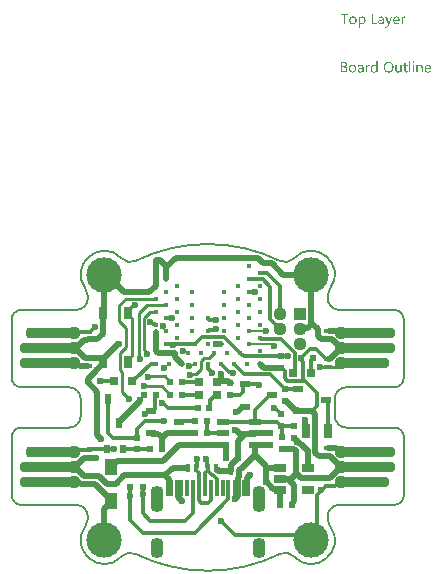
<source format=gtl>
G04*
G04 #@! TF.GenerationSoftware,Altium Limited,Altium Designer,21.8.1 (53)*
G04*
G04 Layer_Physical_Order=1*
G04 Layer_Color=255*
%FSAX25Y25*%
%MOIN*%
G70*
G04*
G04 #@! TF.SameCoordinates,7A0B2967-6A00-4F57-884A-72BECA2B0823*
G04*
G04*
G04 #@! TF.FilePolarity,Positive*
G04*
G01*
G75*
%ADD11C,0.01968*%
%ADD12C,0.00787*%
%ADD14R,0.04331X0.05315*%
%ADD15R,0.02559X0.04134*%
%ADD16R,0.02756X0.05118*%
%ADD17R,0.03543X0.02362*%
%ADD18R,0.02165X0.01968*%
%ADD19R,0.01968X0.02165*%
%ADD23R,0.01968X0.02165*%
%ADD24R,0.03150X0.02559*%
%ADD25R,0.03937X0.02756*%
%ADD26R,0.01181X0.05709*%
%ADD27R,0.03937X0.02362*%
%ADD29R,0.02362X0.03543*%
G04:AMPARAMS|DCode=31|XSize=35.43mil|YSize=169.29mil|CornerRadius=13.82mil|HoleSize=0mil|Usage=FLASHONLY|Rotation=270.000|XOffset=0mil|YOffset=0mil|HoleType=Round|Shape=RoundedRectangle|*
%AMROUNDEDRECTD31*
21,1,0.03543,0.14165,0,0,270.0*
21,1,0.00780,0.16929,0,0,270.0*
1,1,0.02764,-0.07083,-0.00390*
1,1,0.02764,-0.07083,0.00390*
1,1,0.02764,0.07083,0.00390*
1,1,0.02764,0.07083,-0.00390*
%
%ADD31ROUNDEDRECTD31*%
G04:AMPARAMS|DCode=32|XSize=35.43mil|YSize=188.98mil|CornerRadius=13.82mil|HoleSize=0mil|Usage=FLASHONLY|Rotation=270.000|XOffset=0mil|YOffset=0mil|HoleType=Round|Shape=RoundedRectangle|*
%AMROUNDEDRECTD32*
21,1,0.03543,0.16134,0,0,270.0*
21,1,0.00780,0.18898,0,0,270.0*
1,1,0.02764,-0.08067,-0.00390*
1,1,0.02764,-0.08067,0.00390*
1,1,0.02764,0.08067,0.00390*
1,1,0.02764,0.08067,-0.00390*
%
%ADD32ROUNDEDRECTD32*%
%ADD49C,0.04370*%
%ADD57R,0.01575X0.01575*%
%ADD58R,0.02756X0.01575*%
%ADD59R,0.01575X0.02756*%
%ADD60R,0.03150X0.03150*%
%ADD61R,0.02362X0.03150*%
%ADD62C,0.00984*%
%ADD63C,0.01181*%
%ADD64C,0.11811*%
G04:AMPARAMS|DCode=65|XSize=43.31mil|YSize=66.93mil|CornerRadius=19.49mil|HoleSize=0mil|Usage=FLASHONLY|Rotation=0.000|XOffset=0mil|YOffset=0mil|HoleType=Round|Shape=RoundedRectangle|*
%AMROUNDEDRECTD65*
21,1,0.04331,0.02795,0,0,0.0*
21,1,0.00433,0.06693,0,0,0.0*
1,1,0.03898,0.00217,-0.01398*
1,1,0.03898,-0.00217,-0.01398*
1,1,0.03898,-0.00217,0.01398*
1,1,0.03898,0.00217,0.01398*
%
%ADD65ROUNDEDRECTD65*%
G04:AMPARAMS|DCode=66|XSize=43.31mil|YSize=86.61mil|CornerRadius=19.49mil|HoleSize=0mil|Usage=FLASHONLY|Rotation=0.000|XOffset=0mil|YOffset=0mil|HoleType=Round|Shape=RoundedRectangle|*
%AMROUNDEDRECTD66*
21,1,0.04331,0.04764,0,0,0.0*
21,1,0.00433,0.08661,0,0,0.0*
1,1,0.03898,0.00217,-0.02382*
1,1,0.03898,-0.00217,-0.02382*
1,1,0.03898,-0.00217,0.02382*
1,1,0.03898,0.00217,0.02382*
%
%ADD66ROUNDEDRECTD66*%
%ADD67R,0.04370X0.04370*%
%ADD68C,0.02362*%
G36*
X0051632Y0182485D02*
X0051675Y0182479D01*
X0051719Y0182473D01*
X0051830Y0182448D01*
X0051954Y0182411D01*
X0052078Y0182349D01*
X0052140Y0182312D01*
X0052201Y0182262D01*
X0052257Y0182213D01*
X0052313Y0182151D01*
X0052319Y0182145D01*
X0052325Y0182139D01*
X0052338Y0182114D01*
X0052356Y0182089D01*
X0052375Y0182058D01*
X0052400Y0182015D01*
X0052424Y0181965D01*
X0052449Y0181916D01*
X0052474Y0181854D01*
X0052499Y0181786D01*
X0052523Y0181711D01*
X0052542Y0181631D01*
X0052573Y0181451D01*
X0052585Y0181352D01*
Y0181247D01*
Y0181241D01*
Y0181222D01*
Y0181185D01*
X0052579Y0181142D01*
Y0181092D01*
X0052567Y0181030D01*
X0052561Y0180962D01*
X0052548Y0180888D01*
X0052511Y0180727D01*
X0052455Y0180560D01*
X0052418Y0180480D01*
X0052381Y0180399D01*
X0052332Y0180319D01*
X0052276Y0180244D01*
X0052270Y0180238D01*
X0052263Y0180226D01*
X0052245Y0180207D01*
X0052220Y0180189D01*
X0052189Y0180158D01*
X0052152Y0180127D01*
X0052109Y0180090D01*
X0052059Y0180059D01*
X0052004Y0180022D01*
X0051942Y0179984D01*
X0051793Y0179929D01*
X0051713Y0179904D01*
X0051632Y0179885D01*
X0051539Y0179873D01*
X0051440Y0179867D01*
X0051391D01*
X0051360Y0179873D01*
X0051316Y0179879D01*
X0051273Y0179892D01*
X0051162Y0179916D01*
X0051044Y0179966D01*
X0050976Y0180003D01*
X0050914Y0180040D01*
X0050852Y0180090D01*
X0050796Y0180145D01*
X0050735Y0180207D01*
X0050685Y0180281D01*
X0050673D01*
Y0178771D01*
X0050270D01*
Y0182436D01*
X0050673D01*
Y0181990D01*
X0050685D01*
X0050691Y0181996D01*
X0050697Y0182015D01*
X0050716Y0182039D01*
X0050741Y0182070D01*
X0050772Y0182107D01*
X0050809Y0182151D01*
X0050852Y0182194D01*
X0050908Y0182244D01*
X0050963Y0182287D01*
X0051025Y0182330D01*
X0051100Y0182374D01*
X0051174Y0182411D01*
X0051261Y0182448D01*
X0051354Y0182473D01*
X0051446Y0182485D01*
X0051552Y0182491D01*
X0051601D01*
X0051632Y0182485D01*
D02*
G37*
G36*
X0065745Y0182473D02*
X0065820Y0182467D01*
X0065863Y0182454D01*
X0065894Y0182442D01*
Y0182027D01*
X0065888Y0182033D01*
X0065875Y0182039D01*
X0065851Y0182052D01*
X0065820Y0182070D01*
X0065776Y0182083D01*
X0065720Y0182095D01*
X0065659Y0182101D01*
X0065591Y0182107D01*
X0065578D01*
X0065547Y0182101D01*
X0065498Y0182095D01*
X0065442Y0182077D01*
X0065368Y0182046D01*
X0065300Y0182002D01*
X0065225Y0181940D01*
X0065157Y0181860D01*
X0065151Y0181848D01*
X0065132Y0181817D01*
X0065101Y0181761D01*
X0065071Y0181687D01*
X0065040Y0181594D01*
X0065009Y0181476D01*
X0064990Y0181346D01*
X0064984Y0181198D01*
Y0179922D01*
X0064582D01*
Y0182436D01*
X0064984D01*
Y0181916D01*
X0064996D01*
Y0181922D01*
X0065003Y0181928D01*
X0065015Y0181959D01*
X0065033Y0182009D01*
X0065064Y0182070D01*
X0065095Y0182132D01*
X0065145Y0182200D01*
X0065194Y0182269D01*
X0065256Y0182330D01*
X0065262Y0182337D01*
X0065287Y0182355D01*
X0065324Y0182380D01*
X0065374Y0182405D01*
X0065430Y0182429D01*
X0065498Y0182454D01*
X0065572Y0182473D01*
X0065652Y0182479D01*
X0065708D01*
X0065745Y0182473D01*
D02*
G37*
G36*
X0060366Y0179520D02*
X0060360Y0179514D01*
X0060354Y0179489D01*
X0060335Y0179446D01*
X0060310Y0179396D01*
X0060280Y0179341D01*
X0060236Y0179272D01*
X0060193Y0179204D01*
X0060143Y0179130D01*
X0060081Y0179056D01*
X0060019Y0178988D01*
X0059945Y0178920D01*
X0059865Y0178864D01*
X0059784Y0178814D01*
X0059691Y0178771D01*
X0059599Y0178746D01*
X0059493Y0178740D01*
X0059438D01*
X0059400Y0178746D01*
X0059320Y0178759D01*
X0059233Y0178777D01*
Y0179136D01*
X0059240D01*
X0059258Y0179130D01*
X0059283Y0179124D01*
X0059314Y0179118D01*
X0059388Y0179099D01*
X0059469Y0179093D01*
X0059481D01*
X0059518Y0179099D01*
X0059574Y0179112D01*
X0059642Y0179136D01*
X0059716Y0179180D01*
X0059753Y0179211D01*
X0059790Y0179248D01*
X0059828Y0179285D01*
X0059865Y0179334D01*
X0059896Y0179390D01*
X0059927Y0179452D01*
X0060131Y0179922D01*
X0059147Y0182436D01*
X0059592D01*
X0060273Y0180498D01*
Y0180492D01*
X0060280Y0180480D01*
X0060286Y0180461D01*
X0060292Y0180436D01*
X0060298Y0180399D01*
X0060310Y0180362D01*
X0060323Y0180306D01*
X0060341D01*
Y0180319D01*
X0060354Y0180356D01*
X0060366Y0180412D01*
X0060391Y0180492D01*
X0061103Y0182436D01*
X0061518D01*
X0060366Y0179520D01*
D02*
G37*
G36*
X0057958Y0182485D02*
X0058014Y0182479D01*
X0058082Y0182460D01*
X0058156Y0182442D01*
X0058237Y0182411D01*
X0058324Y0182374D01*
X0058404Y0182324D01*
X0058484Y0182262D01*
X0058559Y0182188D01*
X0058627Y0182095D01*
X0058683Y0181990D01*
X0058726Y0181866D01*
X0058751Y0181724D01*
X0058763Y0181557D01*
Y0179922D01*
X0058361D01*
Y0180312D01*
X0058348D01*
Y0180306D01*
X0058336Y0180294D01*
X0058324Y0180269D01*
X0058299Y0180244D01*
X0058237Y0180170D01*
X0058156Y0180090D01*
X0058045Y0180009D01*
X0057915Y0179935D01*
X0057834Y0179910D01*
X0057754Y0179885D01*
X0057667Y0179873D01*
X0057574Y0179867D01*
X0057537D01*
X0057513Y0179873D01*
X0057445Y0179879D01*
X0057364Y0179892D01*
X0057265Y0179916D01*
X0057172Y0179947D01*
X0057073Y0179997D01*
X0056986Y0180059D01*
X0056980Y0180071D01*
X0056955Y0180096D01*
X0056918Y0180139D01*
X0056881Y0180201D01*
X0056844Y0180275D01*
X0056807Y0180362D01*
X0056782Y0180467D01*
X0056776Y0180585D01*
Y0180591D01*
Y0180616D01*
X0056782Y0180653D01*
X0056788Y0180696D01*
X0056801Y0180752D01*
X0056819Y0180814D01*
X0056844Y0180882D01*
X0056881Y0180950D01*
X0056924Y0181024D01*
X0056980Y0181099D01*
X0057048Y0181167D01*
X0057129Y0181228D01*
X0057222Y0181290D01*
X0057333Y0181340D01*
X0057457Y0181377D01*
X0057605Y0181408D01*
X0058361Y0181513D01*
Y0181519D01*
Y0181538D01*
X0058354Y0181575D01*
Y0181612D01*
X0058342Y0181662D01*
X0058336Y0181718D01*
X0058299Y0181835D01*
X0058268Y0181891D01*
X0058237Y0181947D01*
X0058193Y0182002D01*
X0058144Y0182052D01*
X0058082Y0182095D01*
X0058014Y0182126D01*
X0057933Y0182145D01*
X0057841Y0182151D01*
X0057797D01*
X0057766Y0182145D01*
X0057723D01*
X0057680Y0182132D01*
X0057568Y0182114D01*
X0057445Y0182077D01*
X0057308Y0182021D01*
X0057234Y0181984D01*
X0057166Y0181947D01*
X0057092Y0181897D01*
X0057024Y0181841D01*
Y0182256D01*
X0057030D01*
X0057042Y0182269D01*
X0057061Y0182281D01*
X0057092Y0182293D01*
X0057123Y0182312D01*
X0057166Y0182330D01*
X0057215Y0182349D01*
X0057271Y0182374D01*
X0057395Y0182417D01*
X0057543Y0182454D01*
X0057704Y0182479D01*
X0057878Y0182491D01*
X0057915D01*
X0057958Y0182485D01*
D02*
G37*
G36*
X0055067Y0180294D02*
X0056479D01*
Y0179922D01*
X0054653D01*
Y0183438D01*
X0055067D01*
Y0180294D01*
D02*
G37*
G36*
X0046829Y0183067D02*
X0045814D01*
Y0179922D01*
X0045405D01*
Y0183067D01*
X0044390D01*
Y0183438D01*
X0046829D01*
Y0183067D01*
D02*
G37*
G36*
X0063022Y0182485D02*
X0063065Y0182479D01*
X0063108Y0182473D01*
X0063220Y0182454D01*
X0063344Y0182411D01*
X0063467Y0182355D01*
X0063529Y0182318D01*
X0063591Y0182275D01*
X0063647Y0182225D01*
X0063703Y0182169D01*
X0063709Y0182163D01*
X0063715Y0182157D01*
X0063727Y0182139D01*
X0063746Y0182114D01*
X0063765Y0182077D01*
X0063789Y0182039D01*
X0063814Y0181996D01*
X0063839Y0181940D01*
X0063863Y0181878D01*
X0063888Y0181817D01*
X0063913Y0181742D01*
X0063932Y0181662D01*
X0063950Y0181575D01*
X0063963Y0181489D01*
X0063975Y0181389D01*
Y0181284D01*
Y0181074D01*
X0062198D01*
Y0181068D01*
Y0181055D01*
Y0181037D01*
X0062205Y0181006D01*
X0062211Y0180969D01*
Y0180931D01*
X0062229Y0180832D01*
X0062260Y0180733D01*
X0062297Y0180622D01*
X0062353Y0180517D01*
X0062421Y0180424D01*
X0062434Y0180412D01*
X0062458Y0180387D01*
X0062508Y0180356D01*
X0062576Y0180312D01*
X0062663Y0180269D01*
X0062762Y0180238D01*
X0062879Y0180213D01*
X0063016Y0180201D01*
X0063059D01*
X0063090Y0180207D01*
X0063127D01*
X0063170Y0180213D01*
X0063275Y0180238D01*
X0063393Y0180269D01*
X0063523Y0180319D01*
X0063659Y0180387D01*
X0063727Y0180430D01*
X0063795Y0180480D01*
Y0180102D01*
X0063789D01*
X0063783Y0180090D01*
X0063765Y0180083D01*
X0063734Y0180065D01*
X0063703Y0180046D01*
X0063665Y0180028D01*
X0063616Y0180009D01*
X0063566Y0179984D01*
X0063504Y0179960D01*
X0063436Y0179941D01*
X0063288Y0179904D01*
X0063115Y0179879D01*
X0062923Y0179867D01*
X0062873D01*
X0062836Y0179873D01*
X0062793Y0179879D01*
X0062737Y0179885D01*
X0062619Y0179910D01*
X0062483Y0179947D01*
X0062347Y0180009D01*
X0062279Y0180052D01*
X0062211Y0180096D01*
X0062149Y0180145D01*
X0062087Y0180207D01*
X0062081Y0180213D01*
X0062075Y0180226D01*
X0062062Y0180244D01*
X0062037Y0180269D01*
X0062019Y0180306D01*
X0061994Y0180350D01*
X0061963Y0180399D01*
X0061938Y0180455D01*
X0061908Y0180517D01*
X0061883Y0180591D01*
X0061852Y0180672D01*
X0061833Y0180758D01*
X0061815Y0180851D01*
X0061796Y0180950D01*
X0061790Y0181055D01*
X0061784Y0181167D01*
Y0181173D01*
Y0181191D01*
Y0181222D01*
X0061790Y0181266D01*
X0061796Y0181315D01*
X0061802Y0181371D01*
X0061808Y0181439D01*
X0061827Y0181507D01*
X0061864Y0181656D01*
X0061920Y0181817D01*
X0061957Y0181897D01*
X0062006Y0181971D01*
X0062056Y0182052D01*
X0062112Y0182120D01*
X0062118Y0182126D01*
X0062130Y0182139D01*
X0062149Y0182157D01*
X0062174Y0182176D01*
X0062205Y0182207D01*
X0062242Y0182238D01*
X0062291Y0182269D01*
X0062341Y0182306D01*
X0062458Y0182374D01*
X0062601Y0182436D01*
X0062681Y0182454D01*
X0062762Y0182473D01*
X0062848Y0182485D01*
X0062941Y0182491D01*
X0062991D01*
X0063022Y0182485D01*
D02*
G37*
G36*
X0048531D02*
X0048574Y0182479D01*
X0048630Y0182473D01*
X0048754Y0182448D01*
X0048896Y0182405D01*
X0049038Y0182343D01*
X0049113Y0182306D01*
X0049181Y0182262D01*
X0049249Y0182207D01*
X0049311Y0182145D01*
X0049317Y0182139D01*
X0049323Y0182126D01*
X0049342Y0182107D01*
X0049360Y0182083D01*
X0049385Y0182046D01*
X0049410Y0182002D01*
X0049441Y0181953D01*
X0049472Y0181897D01*
X0049496Y0181829D01*
X0049527Y0181761D01*
X0049552Y0181680D01*
X0049577Y0181594D01*
X0049595Y0181501D01*
X0049614Y0181402D01*
X0049620Y0181297D01*
X0049626Y0181185D01*
Y0181179D01*
Y0181160D01*
Y0181130D01*
X0049620Y0181086D01*
X0049614Y0181037D01*
X0049608Y0180975D01*
X0049595Y0180913D01*
X0049583Y0180839D01*
X0049546Y0180690D01*
X0049484Y0180529D01*
X0049447Y0180449D01*
X0049398Y0180368D01*
X0049348Y0180294D01*
X0049286Y0180226D01*
X0049280Y0180220D01*
X0049268Y0180213D01*
X0049249Y0180195D01*
X0049224Y0180170D01*
X0049187Y0180145D01*
X0049150Y0180114D01*
X0049100Y0180077D01*
X0049045Y0180046D01*
X0048983Y0180015D01*
X0048915Y0179978D01*
X0048840Y0179947D01*
X0048760Y0179922D01*
X0048673Y0179898D01*
X0048580Y0179885D01*
X0048481Y0179873D01*
X0048376Y0179867D01*
X0048320D01*
X0048283Y0179873D01*
X0048240Y0179879D01*
X0048184Y0179885D01*
X0048122Y0179898D01*
X0048054Y0179910D01*
X0047912Y0179953D01*
X0047763Y0180015D01*
X0047689Y0180052D01*
X0047621Y0180102D01*
X0047553Y0180151D01*
X0047485Y0180213D01*
X0047479Y0180220D01*
X0047472Y0180232D01*
X0047454Y0180251D01*
X0047435Y0180275D01*
X0047411Y0180312D01*
X0047379Y0180356D01*
X0047349Y0180405D01*
X0047324Y0180461D01*
X0047293Y0180529D01*
X0047262Y0180597D01*
X0047231Y0180672D01*
X0047206Y0180758D01*
X0047169Y0180944D01*
X0047163Y0181043D01*
X0047157Y0181148D01*
Y0181154D01*
Y0181179D01*
Y0181210D01*
X0047163Y0181253D01*
X0047169Y0181303D01*
X0047175Y0181365D01*
X0047188Y0181433D01*
X0047200Y0181507D01*
X0047237Y0181668D01*
X0047299Y0181829D01*
X0047342Y0181909D01*
X0047386Y0181990D01*
X0047435Y0182064D01*
X0047497Y0182132D01*
X0047503Y0182139D01*
X0047516Y0182151D01*
X0047534Y0182163D01*
X0047559Y0182188D01*
X0047596Y0182213D01*
X0047640Y0182244D01*
X0047689Y0182281D01*
X0047745Y0182312D01*
X0047807Y0182343D01*
X0047881Y0182380D01*
X0047955Y0182411D01*
X0048042Y0182436D01*
X0048129Y0182460D01*
X0048228Y0182479D01*
X0048333Y0182485D01*
X0048438Y0182491D01*
X0048494D01*
X0048531Y0182485D01*
D02*
G37*
G36*
X0068599Y0167500D02*
X0068624D01*
X0068679Y0167475D01*
X0068710Y0167456D01*
X0068741Y0167432D01*
X0068747Y0167426D01*
X0068754Y0167419D01*
X0068785Y0167382D01*
X0068809Y0167320D01*
X0068815Y0167283D01*
X0068822Y0167246D01*
Y0167240D01*
Y0167227D01*
X0068815Y0167209D01*
X0068809Y0167184D01*
X0068791Y0167122D01*
X0068766Y0167091D01*
X0068741Y0167060D01*
X0068735D01*
X0068729Y0167048D01*
X0068692Y0167023D01*
X0068636Y0166998D01*
X0068599Y0166992D01*
X0068562Y0166986D01*
X0068543D01*
X0068525Y0166992D01*
X0068500D01*
X0068438Y0167017D01*
X0068407Y0167029D01*
X0068376Y0167054D01*
Y0167060D01*
X0068364Y0167066D01*
X0068351Y0167085D01*
X0068339Y0167104D01*
X0068314Y0167166D01*
X0068308Y0167203D01*
X0068302Y0167246D01*
Y0167252D01*
Y0167264D01*
X0068308Y0167283D01*
X0068314Y0167314D01*
X0068333Y0167370D01*
X0068351Y0167401D01*
X0068376Y0167432D01*
X0068382Y0167438D01*
X0068388Y0167444D01*
X0068426Y0167469D01*
X0068487Y0167493D01*
X0068525Y0167506D01*
X0068580D01*
X0068599Y0167500D01*
D02*
G37*
G36*
X0056609Y0163835D02*
X0056207D01*
Y0164256D01*
X0056194D01*
Y0164250D01*
X0056182Y0164238D01*
X0056163Y0164213D01*
X0056145Y0164182D01*
X0056114Y0164145D01*
X0056077Y0164108D01*
X0056033Y0164064D01*
X0055984Y0164021D01*
X0055928Y0163971D01*
X0055860Y0163928D01*
X0055792Y0163891D01*
X0055711Y0163854D01*
X0055631Y0163823D01*
X0055538Y0163798D01*
X0055439Y0163786D01*
X0055334Y0163779D01*
X0055290D01*
X0055253Y0163786D01*
X0055216Y0163792D01*
X0055167Y0163798D01*
X0055061Y0163823D01*
X0054937Y0163860D01*
X0054814Y0163922D01*
X0054746Y0163959D01*
X0054690Y0164002D01*
X0054628Y0164058D01*
X0054572Y0164114D01*
Y0164120D01*
X0054560Y0164132D01*
X0054548Y0164151D01*
X0054529Y0164176D01*
X0054510Y0164207D01*
X0054486Y0164250D01*
X0054461Y0164299D01*
X0054436Y0164355D01*
X0054405Y0164417D01*
X0054380Y0164485D01*
X0054356Y0164559D01*
X0054337Y0164640D01*
X0054318Y0164727D01*
X0054306Y0164826D01*
X0054300Y0164925D01*
X0054294Y0165030D01*
Y0165036D01*
Y0165055D01*
Y0165092D01*
X0054300Y0165135D01*
X0054306Y0165185D01*
X0054312Y0165247D01*
X0054318Y0165315D01*
X0054331Y0165389D01*
X0054368Y0165550D01*
X0054424Y0165717D01*
X0054461Y0165797D01*
X0054504Y0165878D01*
X0054548Y0165952D01*
X0054603Y0166026D01*
X0054610Y0166033D01*
X0054616Y0166045D01*
X0054634Y0166064D01*
X0054659Y0166088D01*
X0054690Y0166113D01*
X0054733Y0166144D01*
X0054777Y0166181D01*
X0054826Y0166218D01*
X0054950Y0166287D01*
X0055092Y0166348D01*
X0055173Y0166367D01*
X0055259Y0166385D01*
X0055346Y0166398D01*
X0055445Y0166404D01*
X0055495D01*
X0055532Y0166398D01*
X0055569Y0166392D01*
X0055618Y0166385D01*
X0055730Y0166355D01*
X0055854Y0166305D01*
X0055915Y0166274D01*
X0055977Y0166231D01*
X0056039Y0166187D01*
X0056095Y0166132D01*
X0056145Y0166070D01*
X0056194Y0165996D01*
X0056207D01*
Y0167555D01*
X0056609D01*
Y0163835D01*
D02*
G37*
G36*
X0070877Y0166398D02*
X0070951Y0166392D01*
X0071044Y0166373D01*
X0071143Y0166342D01*
X0071248Y0166293D01*
X0071353Y0166225D01*
X0071397Y0166187D01*
X0071440Y0166138D01*
X0071452Y0166126D01*
X0071477Y0166088D01*
X0071508Y0166026D01*
X0071552Y0165940D01*
X0071589Y0165835D01*
X0071626Y0165705D01*
X0071650Y0165550D01*
X0071657Y0165370D01*
Y0163835D01*
X0071254D01*
Y0165265D01*
Y0165271D01*
Y0165302D01*
X0071248Y0165339D01*
Y0165389D01*
X0071236Y0165451D01*
X0071223Y0165519D01*
X0071205Y0165593D01*
X0071180Y0165667D01*
X0071149Y0165742D01*
X0071112Y0165810D01*
X0071062Y0165878D01*
X0071007Y0165940D01*
X0070945Y0165989D01*
X0070864Y0166026D01*
X0070778Y0166058D01*
X0070673Y0166064D01*
X0070660D01*
X0070623Y0166058D01*
X0070567Y0166051D01*
X0070499Y0166033D01*
X0070419Y0166008D01*
X0070332Y0165965D01*
X0070252Y0165909D01*
X0070171Y0165835D01*
X0070165Y0165822D01*
X0070140Y0165797D01*
X0070109Y0165748D01*
X0070072Y0165680D01*
X0070035Y0165599D01*
X0070004Y0165500D01*
X0069979Y0165389D01*
X0069973Y0165265D01*
Y0163835D01*
X0069571D01*
Y0166348D01*
X0069973D01*
Y0165928D01*
X0069985D01*
X0069992Y0165934D01*
X0069998Y0165946D01*
X0070016Y0165971D01*
X0070041Y0166002D01*
X0070066Y0166039D01*
X0070103Y0166076D01*
X0070146Y0166119D01*
X0070196Y0166169D01*
X0070252Y0166212D01*
X0070314Y0166255D01*
X0070382Y0166293D01*
X0070456Y0166330D01*
X0070530Y0166361D01*
X0070617Y0166385D01*
X0070710Y0166398D01*
X0070809Y0166404D01*
X0070846D01*
X0070877Y0166398D01*
D02*
G37*
G36*
X0053879Y0166385D02*
X0053953Y0166379D01*
X0053997Y0166367D01*
X0054028Y0166355D01*
Y0165940D01*
X0054021Y0165946D01*
X0054009Y0165952D01*
X0053984Y0165965D01*
X0053953Y0165983D01*
X0053910Y0165996D01*
X0053854Y0166008D01*
X0053792Y0166014D01*
X0053724Y0166020D01*
X0053712D01*
X0053681Y0166014D01*
X0053631Y0166008D01*
X0053576Y0165989D01*
X0053501Y0165958D01*
X0053433Y0165915D01*
X0053359Y0165853D01*
X0053291Y0165773D01*
X0053285Y0165760D01*
X0053266Y0165729D01*
X0053235Y0165674D01*
X0053204Y0165599D01*
X0053173Y0165506D01*
X0053142Y0165389D01*
X0053124Y0165259D01*
X0053118Y0165110D01*
Y0163835D01*
X0052715D01*
Y0166348D01*
X0053118D01*
Y0165828D01*
X0053130D01*
Y0165835D01*
X0053136Y0165841D01*
X0053149Y0165872D01*
X0053167Y0165921D01*
X0053198Y0165983D01*
X0053229Y0166045D01*
X0053279Y0166113D01*
X0053328Y0166181D01*
X0053390Y0166243D01*
X0053396Y0166249D01*
X0053421Y0166268D01*
X0053458Y0166293D01*
X0053508Y0166317D01*
X0053563Y0166342D01*
X0053631Y0166367D01*
X0053706Y0166385D01*
X0053786Y0166392D01*
X0053842D01*
X0053879Y0166385D01*
D02*
G37*
G36*
X0064619Y0163835D02*
X0064216D01*
Y0164231D01*
X0064204D01*
Y0164225D01*
X0064192Y0164213D01*
X0064179Y0164188D01*
X0064154Y0164163D01*
X0064099Y0164089D01*
X0064012Y0164009D01*
X0063963Y0163965D01*
X0063907Y0163922D01*
X0063845Y0163885D01*
X0063771Y0163848D01*
X0063696Y0163823D01*
X0063616Y0163798D01*
X0063523Y0163786D01*
X0063430Y0163779D01*
X0063393D01*
X0063350Y0163786D01*
X0063288Y0163798D01*
X0063220Y0163811D01*
X0063146Y0163835D01*
X0063065Y0163866D01*
X0062985Y0163916D01*
X0062898Y0163971D01*
X0062817Y0164040D01*
X0062743Y0164126D01*
X0062675Y0164231D01*
X0062613Y0164349D01*
X0062570Y0164491D01*
X0062545Y0164658D01*
X0062533Y0164745D01*
Y0164844D01*
Y0166348D01*
X0062929D01*
Y0164906D01*
Y0164900D01*
Y0164875D01*
X0062935Y0164832D01*
X0062941Y0164782D01*
X0062947Y0164720D01*
X0062960Y0164658D01*
X0062978Y0164584D01*
X0063003Y0164510D01*
X0063040Y0164436D01*
X0063077Y0164368D01*
X0063127Y0164299D01*
X0063189Y0164238D01*
X0063257Y0164188D01*
X0063337Y0164151D01*
X0063436Y0164120D01*
X0063542Y0164114D01*
X0063554D01*
X0063591Y0164120D01*
X0063647Y0164126D01*
X0063709Y0164139D01*
X0063789Y0164170D01*
X0063870Y0164207D01*
X0063950Y0164256D01*
X0064024Y0164330D01*
X0064031Y0164343D01*
X0064055Y0164368D01*
X0064086Y0164417D01*
X0064123Y0164485D01*
X0064154Y0164566D01*
X0064185Y0164665D01*
X0064210Y0164776D01*
X0064216Y0164900D01*
Y0166348D01*
X0064619D01*
Y0163835D01*
D02*
G37*
G36*
X0068754D02*
X0068351D01*
Y0166348D01*
X0068754D01*
Y0163835D01*
D02*
G37*
G36*
X0067534D02*
X0067132D01*
Y0167555D01*
X0067534D01*
Y0163835D01*
D02*
G37*
G36*
X0051155Y0166398D02*
X0051211Y0166392D01*
X0051279Y0166373D01*
X0051354Y0166355D01*
X0051434Y0166324D01*
X0051521Y0166287D01*
X0051601Y0166237D01*
X0051682Y0166175D01*
X0051756Y0166101D01*
X0051824Y0166008D01*
X0051880Y0165903D01*
X0051923Y0165779D01*
X0051948Y0165637D01*
X0051960Y0165469D01*
Y0163835D01*
X0051558D01*
Y0164225D01*
X0051545D01*
Y0164219D01*
X0051533Y0164207D01*
X0051521Y0164182D01*
X0051496Y0164157D01*
X0051434Y0164083D01*
X0051354Y0164002D01*
X0051242Y0163922D01*
X0051112Y0163848D01*
X0051032Y0163823D01*
X0050951Y0163798D01*
X0050864Y0163786D01*
X0050772Y0163779D01*
X0050735D01*
X0050710Y0163786D01*
X0050642Y0163792D01*
X0050561Y0163804D01*
X0050462Y0163829D01*
X0050369Y0163860D01*
X0050270Y0163909D01*
X0050184Y0163971D01*
X0050177Y0163984D01*
X0050153Y0164009D01*
X0050116Y0164052D01*
X0050078Y0164114D01*
X0050041Y0164188D01*
X0050004Y0164275D01*
X0049979Y0164380D01*
X0049973Y0164498D01*
Y0164504D01*
Y0164529D01*
X0049979Y0164566D01*
X0049986Y0164609D01*
X0049998Y0164665D01*
X0050016Y0164727D01*
X0050041Y0164795D01*
X0050078Y0164863D01*
X0050122Y0164937D01*
X0050177Y0165011D01*
X0050245Y0165079D01*
X0050326Y0165141D01*
X0050419Y0165203D01*
X0050530Y0165253D01*
X0050654Y0165290D01*
X0050803Y0165321D01*
X0051558Y0165426D01*
Y0165432D01*
Y0165451D01*
X0051552Y0165488D01*
Y0165525D01*
X0051539Y0165575D01*
X0051533Y0165630D01*
X0051496Y0165748D01*
X0051465Y0165804D01*
X0051434Y0165859D01*
X0051391Y0165915D01*
X0051341Y0165965D01*
X0051279Y0166008D01*
X0051211Y0166039D01*
X0051131Y0166058D01*
X0051038Y0166064D01*
X0050994D01*
X0050963Y0166058D01*
X0050920D01*
X0050877Y0166045D01*
X0050766Y0166026D01*
X0050642Y0165989D01*
X0050506Y0165934D01*
X0050431Y0165896D01*
X0050363Y0165859D01*
X0050289Y0165810D01*
X0050221Y0165754D01*
Y0166169D01*
X0050227D01*
X0050239Y0166181D01*
X0050258Y0166194D01*
X0050289Y0166206D01*
X0050320Y0166225D01*
X0050363Y0166243D01*
X0050413Y0166262D01*
X0050468Y0166287D01*
X0050592Y0166330D01*
X0050741Y0166367D01*
X0050902Y0166392D01*
X0051075Y0166404D01*
X0051112D01*
X0051155Y0166398D01*
D02*
G37*
G36*
X0045467Y0167345D02*
X0045510D01*
X0045553Y0167339D01*
X0045652Y0167326D01*
X0045770Y0167296D01*
X0045894Y0167258D01*
X0046011Y0167203D01*
X0046117Y0167128D01*
X0046123D01*
X0046129Y0167116D01*
X0046160Y0167091D01*
X0046203Y0167042D01*
X0046253Y0166974D01*
X0046296Y0166887D01*
X0046340Y0166788D01*
X0046371Y0166676D01*
X0046383Y0166615D01*
Y0166546D01*
Y0166540D01*
Y0166534D01*
Y0166497D01*
X0046377Y0166441D01*
X0046364Y0166373D01*
X0046346Y0166287D01*
X0046315Y0166200D01*
X0046278Y0166113D01*
X0046222Y0166026D01*
X0046216Y0166014D01*
X0046191Y0165989D01*
X0046154Y0165952D01*
X0046104Y0165903D01*
X0046042Y0165853D01*
X0045968Y0165797D01*
X0045875Y0165754D01*
X0045776Y0165711D01*
Y0165705D01*
X0045795D01*
X0045814Y0165698D01*
X0045832Y0165692D01*
X0045900Y0165680D01*
X0045981Y0165655D01*
X0046067Y0165618D01*
X0046160Y0165575D01*
X0046253Y0165513D01*
X0046340Y0165432D01*
X0046352Y0165420D01*
X0046377Y0165389D01*
X0046408Y0165346D01*
X0046451Y0165278D01*
X0046488Y0165191D01*
X0046525Y0165092D01*
X0046550Y0164974D01*
X0046556Y0164844D01*
Y0164838D01*
Y0164826D01*
Y0164801D01*
X0046550Y0164770D01*
X0046544Y0164733D01*
X0046538Y0164690D01*
X0046513Y0164584D01*
X0046476Y0164467D01*
X0046420Y0164343D01*
X0046383Y0164287D01*
X0046340Y0164225D01*
X0046284Y0164170D01*
X0046228Y0164114D01*
X0046222D01*
X0046216Y0164101D01*
X0046197Y0164089D01*
X0046172Y0164070D01*
X0046141Y0164052D01*
X0046098Y0164027D01*
X0046005Y0163978D01*
X0045888Y0163922D01*
X0045752Y0163879D01*
X0045591Y0163848D01*
X0045510Y0163841D01*
X0045417Y0163835D01*
X0044390D01*
Y0167351D01*
X0045436D01*
X0045467Y0167345D01*
D02*
G37*
G36*
X0065962Y0166348D02*
X0066600D01*
Y0166002D01*
X0065962D01*
Y0164584D01*
Y0164572D01*
Y0164541D01*
X0065968Y0164498D01*
X0065974Y0164442D01*
X0065999Y0164324D01*
X0066018Y0164269D01*
X0066049Y0164225D01*
X0066055Y0164219D01*
X0066067Y0164207D01*
X0066086Y0164194D01*
X0066117Y0164176D01*
X0066154Y0164151D01*
X0066203Y0164139D01*
X0066265Y0164126D01*
X0066333Y0164120D01*
X0066358D01*
X0066389Y0164126D01*
X0066426Y0164132D01*
X0066513Y0164157D01*
X0066556Y0164176D01*
X0066600Y0164200D01*
Y0163854D01*
X0066593D01*
X0066575Y0163841D01*
X0066544Y0163835D01*
X0066500Y0163823D01*
X0066445Y0163811D01*
X0066383Y0163798D01*
X0066309Y0163792D01*
X0066222Y0163786D01*
X0066191D01*
X0066160Y0163792D01*
X0066117Y0163798D01*
X0066067Y0163811D01*
X0066011Y0163823D01*
X0065956Y0163848D01*
X0065894Y0163879D01*
X0065832Y0163916D01*
X0065770Y0163965D01*
X0065714Y0164021D01*
X0065665Y0164095D01*
X0065622Y0164176D01*
X0065591Y0164275D01*
X0065566Y0164386D01*
X0065560Y0164516D01*
Y0166002D01*
X0065132D01*
Y0166348D01*
X0065560D01*
Y0166961D01*
X0065962Y0167091D01*
Y0166348D01*
D02*
G37*
G36*
X0073489Y0166398D02*
X0073532Y0166392D01*
X0073576Y0166385D01*
X0073687Y0166367D01*
X0073811Y0166324D01*
X0073935Y0166268D01*
X0073997Y0166231D01*
X0074058Y0166187D01*
X0074114Y0166138D01*
X0074170Y0166082D01*
X0074176Y0166076D01*
X0074182Y0166070D01*
X0074195Y0166051D01*
X0074213Y0166026D01*
X0074232Y0165989D01*
X0074256Y0165952D01*
X0074281Y0165909D01*
X0074306Y0165853D01*
X0074331Y0165791D01*
X0074356Y0165729D01*
X0074380Y0165655D01*
X0074399Y0165575D01*
X0074417Y0165488D01*
X0074430Y0165401D01*
X0074442Y0165302D01*
Y0165197D01*
Y0164987D01*
X0072666D01*
Y0164980D01*
Y0164968D01*
Y0164950D01*
X0072672Y0164918D01*
X0072678Y0164881D01*
Y0164844D01*
X0072697Y0164745D01*
X0072728Y0164646D01*
X0072765Y0164535D01*
X0072820Y0164429D01*
X0072888Y0164337D01*
X0072901Y0164324D01*
X0072926Y0164299D01*
X0072975Y0164269D01*
X0073043Y0164225D01*
X0073130Y0164182D01*
X0073229Y0164151D01*
X0073347Y0164126D01*
X0073483Y0164114D01*
X0073526D01*
X0073557Y0164120D01*
X0073594D01*
X0073637Y0164126D01*
X0073743Y0164151D01*
X0073860Y0164182D01*
X0073990Y0164231D01*
X0074126Y0164299D01*
X0074195Y0164343D01*
X0074263Y0164392D01*
Y0164015D01*
X0074256D01*
X0074250Y0164002D01*
X0074232Y0163996D01*
X0074201Y0163978D01*
X0074170Y0163959D01*
X0074133Y0163941D01*
X0074083Y0163922D01*
X0074034Y0163897D01*
X0073972Y0163872D01*
X0073904Y0163854D01*
X0073755Y0163817D01*
X0073582Y0163792D01*
X0073390Y0163779D01*
X0073340D01*
X0073303Y0163786D01*
X0073260Y0163792D01*
X0073204Y0163798D01*
X0073087Y0163823D01*
X0072950Y0163860D01*
X0072814Y0163922D01*
X0072746Y0163965D01*
X0072678Y0164009D01*
X0072616Y0164058D01*
X0072554Y0164120D01*
X0072548Y0164126D01*
X0072542Y0164139D01*
X0072530Y0164157D01*
X0072505Y0164182D01*
X0072486Y0164219D01*
X0072461Y0164262D01*
X0072430Y0164312D01*
X0072406Y0164368D01*
X0072375Y0164429D01*
X0072350Y0164504D01*
X0072319Y0164584D01*
X0072300Y0164671D01*
X0072282Y0164764D01*
X0072263Y0164863D01*
X0072257Y0164968D01*
X0072251Y0165079D01*
Y0165086D01*
Y0165104D01*
Y0165135D01*
X0072257Y0165179D01*
X0072263Y0165228D01*
X0072269Y0165284D01*
X0072276Y0165352D01*
X0072294Y0165420D01*
X0072331Y0165568D01*
X0072387Y0165729D01*
X0072424Y0165810D01*
X0072474Y0165884D01*
X0072523Y0165965D01*
X0072579Y0166033D01*
X0072585Y0166039D01*
X0072598Y0166051D01*
X0072616Y0166070D01*
X0072641Y0166088D01*
X0072672Y0166119D01*
X0072709Y0166150D01*
X0072759Y0166181D01*
X0072808Y0166218D01*
X0072926Y0166287D01*
X0073068Y0166348D01*
X0073149Y0166367D01*
X0073229Y0166385D01*
X0073316Y0166398D01*
X0073409Y0166404D01*
X0073458D01*
X0073489Y0166398D01*
D02*
G37*
G36*
X0060447Y0167407D02*
X0060509Y0167401D01*
X0060583Y0167388D01*
X0060663Y0167370D01*
X0060750Y0167351D01*
X0060837Y0167326D01*
X0060936Y0167296D01*
X0061028Y0167252D01*
X0061128Y0167203D01*
X0061227Y0167147D01*
X0061319Y0167079D01*
X0061412Y0167005D01*
X0061499Y0166918D01*
X0061505Y0166912D01*
X0061518Y0166893D01*
X0061542Y0166868D01*
X0061567Y0166831D01*
X0061604Y0166782D01*
X0061641Y0166720D01*
X0061678Y0166652D01*
X0061722Y0166577D01*
X0061765Y0166485D01*
X0061802Y0166392D01*
X0061839Y0166287D01*
X0061876Y0166169D01*
X0061901Y0166051D01*
X0061926Y0165921D01*
X0061938Y0165779D01*
X0061945Y0165637D01*
Y0165624D01*
Y0165599D01*
Y0165556D01*
X0061938Y0165494D01*
X0061932Y0165420D01*
X0061920Y0165339D01*
X0061908Y0165247D01*
X0061889Y0165141D01*
X0061864Y0165036D01*
X0061833Y0164925D01*
X0061796Y0164813D01*
X0061753Y0164702D01*
X0061697Y0164584D01*
X0061635Y0164479D01*
X0061567Y0164374D01*
X0061487Y0164275D01*
X0061480Y0164269D01*
X0061468Y0164256D01*
X0061437Y0164231D01*
X0061406Y0164200D01*
X0061357Y0164157D01*
X0061301Y0164120D01*
X0061239Y0164070D01*
X0061165Y0164027D01*
X0061084Y0163984D01*
X0060991Y0163934D01*
X0060892Y0163897D01*
X0060781Y0163860D01*
X0060663Y0163823D01*
X0060540Y0163798D01*
X0060409Y0163786D01*
X0060267Y0163779D01*
X0060236D01*
X0060193Y0163786D01*
X0060143D01*
X0060081Y0163792D01*
X0060007Y0163804D01*
X0059927Y0163823D01*
X0059834Y0163841D01*
X0059741Y0163866D01*
X0059642Y0163897D01*
X0059543Y0163941D01*
X0059444Y0163984D01*
X0059345Y0164040D01*
X0059246Y0164108D01*
X0059153Y0164182D01*
X0059066Y0164269D01*
X0059060Y0164275D01*
X0059048Y0164293D01*
X0059023Y0164318D01*
X0058998Y0164355D01*
X0058961Y0164405D01*
X0058924Y0164467D01*
X0058887Y0164535D01*
X0058843Y0164615D01*
X0058800Y0164702D01*
X0058763Y0164795D01*
X0058726Y0164900D01*
X0058689Y0165017D01*
X0058664Y0165135D01*
X0058639Y0165265D01*
X0058627Y0165408D01*
X0058621Y0165550D01*
Y0165562D01*
Y0165587D01*
X0058627Y0165630D01*
Y0165692D01*
X0058633Y0165760D01*
X0058645Y0165847D01*
X0058658Y0165940D01*
X0058676Y0166039D01*
X0058701Y0166144D01*
X0058732Y0166255D01*
X0058769Y0166367D01*
X0058812Y0166478D01*
X0058868Y0166590D01*
X0058930Y0166701D01*
X0058998Y0166806D01*
X0059079Y0166905D01*
X0059085Y0166912D01*
X0059097Y0166930D01*
X0059128Y0166955D01*
X0059165Y0166986D01*
X0059209Y0167023D01*
X0059264Y0167066D01*
X0059332Y0167110D01*
X0059407Y0167159D01*
X0059493Y0167209D01*
X0059586Y0167252D01*
X0059685Y0167296D01*
X0059797Y0167333D01*
X0059921Y0167364D01*
X0060050Y0167394D01*
X0060187Y0167407D01*
X0060329Y0167413D01*
X0060397D01*
X0060447Y0167407D01*
D02*
G37*
G36*
X0048419Y0166398D02*
X0048463Y0166392D01*
X0048518Y0166385D01*
X0048642Y0166361D01*
X0048785Y0166317D01*
X0048927Y0166255D01*
X0049001Y0166218D01*
X0049069Y0166175D01*
X0049137Y0166119D01*
X0049199Y0166058D01*
X0049206Y0166051D01*
X0049212Y0166039D01*
X0049230Y0166020D01*
X0049249Y0165996D01*
X0049274Y0165958D01*
X0049298Y0165915D01*
X0049329Y0165866D01*
X0049360Y0165810D01*
X0049385Y0165742D01*
X0049416Y0165674D01*
X0049441Y0165593D01*
X0049466Y0165506D01*
X0049484Y0165414D01*
X0049503Y0165315D01*
X0049509Y0165209D01*
X0049515Y0165098D01*
Y0165092D01*
Y0165073D01*
Y0165042D01*
X0049509Y0164999D01*
X0049503Y0164950D01*
X0049496Y0164888D01*
X0049484Y0164826D01*
X0049472Y0164751D01*
X0049435Y0164603D01*
X0049373Y0164442D01*
X0049336Y0164361D01*
X0049286Y0164281D01*
X0049237Y0164207D01*
X0049175Y0164139D01*
X0049168Y0164132D01*
X0049156Y0164126D01*
X0049137Y0164108D01*
X0049113Y0164083D01*
X0049076Y0164058D01*
X0049038Y0164027D01*
X0048989Y0163990D01*
X0048933Y0163959D01*
X0048871Y0163928D01*
X0048803Y0163891D01*
X0048729Y0163860D01*
X0048649Y0163835D01*
X0048562Y0163811D01*
X0048469Y0163798D01*
X0048370Y0163786D01*
X0048265Y0163779D01*
X0048209D01*
X0048172Y0163786D01*
X0048129Y0163792D01*
X0048073Y0163798D01*
X0048011Y0163811D01*
X0047943Y0163823D01*
X0047800Y0163866D01*
X0047652Y0163928D01*
X0047578Y0163965D01*
X0047510Y0164015D01*
X0047441Y0164064D01*
X0047373Y0164126D01*
X0047367Y0164132D01*
X0047361Y0164145D01*
X0047342Y0164163D01*
X0047324Y0164188D01*
X0047299Y0164225D01*
X0047268Y0164269D01*
X0047237Y0164318D01*
X0047212Y0164374D01*
X0047181Y0164442D01*
X0047150Y0164510D01*
X0047120Y0164584D01*
X0047095Y0164671D01*
X0047058Y0164857D01*
X0047052Y0164956D01*
X0047045Y0165061D01*
Y0165067D01*
Y0165092D01*
Y0165123D01*
X0047052Y0165166D01*
X0047058Y0165216D01*
X0047064Y0165278D01*
X0047076Y0165346D01*
X0047089Y0165420D01*
X0047126Y0165581D01*
X0047188Y0165742D01*
X0047231Y0165822D01*
X0047274Y0165903D01*
X0047324Y0165977D01*
X0047386Y0166045D01*
X0047392Y0166051D01*
X0047404Y0166064D01*
X0047423Y0166076D01*
X0047448Y0166101D01*
X0047485Y0166126D01*
X0047528Y0166156D01*
X0047578Y0166194D01*
X0047633Y0166225D01*
X0047695Y0166255D01*
X0047769Y0166293D01*
X0047844Y0166324D01*
X0047930Y0166348D01*
X0048017Y0166373D01*
X0048116Y0166392D01*
X0048221Y0166398D01*
X0048327Y0166404D01*
X0048382D01*
X0048419Y0166398D01*
D02*
G37*
%LPC*%
G36*
X0051452Y0182151D02*
X0051422D01*
X0051397Y0182145D01*
X0051329Y0182139D01*
X0051248Y0182120D01*
X0051162Y0182089D01*
X0051063Y0182046D01*
X0050970Y0181984D01*
X0050883Y0181903D01*
X0050877Y0181891D01*
X0050852Y0181860D01*
X0050815Y0181810D01*
X0050778Y0181736D01*
X0050741Y0181649D01*
X0050704Y0181544D01*
X0050679Y0181427D01*
X0050673Y0181297D01*
Y0180944D01*
Y0180938D01*
Y0180931D01*
X0050679Y0180894D01*
X0050685Y0180832D01*
X0050697Y0180764D01*
X0050722Y0180678D01*
X0050759Y0180591D01*
X0050809Y0180504D01*
X0050877Y0180418D01*
X0050889Y0180412D01*
X0050914Y0180387D01*
X0050957Y0180350D01*
X0051019Y0180312D01*
X0051094Y0180269D01*
X0051180Y0180238D01*
X0051279Y0180213D01*
X0051391Y0180201D01*
X0051428D01*
X0051452Y0180207D01*
X0051514Y0180213D01*
X0051601Y0180238D01*
X0051688Y0180269D01*
X0051787Y0180319D01*
X0051880Y0180387D01*
X0051923Y0180430D01*
X0051960Y0180480D01*
Y0180486D01*
X0051966Y0180492D01*
X0051979Y0180510D01*
X0051991Y0180529D01*
X0052010Y0180560D01*
X0052028Y0180597D01*
X0052065Y0180684D01*
X0052103Y0180795D01*
X0052140Y0180925D01*
X0052164Y0181080D01*
X0052171Y0181260D01*
Y0181266D01*
Y0181278D01*
Y0181297D01*
Y0181328D01*
X0052164Y0181365D01*
X0052158Y0181402D01*
X0052146Y0181495D01*
X0052121Y0181600D01*
X0052090Y0181711D01*
X0052041Y0181817D01*
X0051979Y0181909D01*
X0051973Y0181922D01*
X0051942Y0181947D01*
X0051898Y0181984D01*
X0051842Y0182033D01*
X0051768Y0182077D01*
X0051675Y0182114D01*
X0051570Y0182139D01*
X0051452Y0182151D01*
D02*
G37*
G36*
X0058361Y0181191D02*
X0057754Y0181105D01*
X0057742D01*
X0057711Y0181099D01*
X0057661Y0181086D01*
X0057599Y0181074D01*
X0057531Y0181055D01*
X0057457Y0181030D01*
X0057395Y0181006D01*
X0057333Y0180969D01*
X0057327Y0180962D01*
X0057308Y0180950D01*
X0057290Y0180925D01*
X0057265Y0180888D01*
X0057234Y0180839D01*
X0057215Y0180777D01*
X0057197Y0180702D01*
X0057191Y0180616D01*
Y0180610D01*
Y0180585D01*
X0057197Y0180554D01*
X0057209Y0180510D01*
X0057222Y0180461D01*
X0057246Y0180412D01*
X0057277Y0180362D01*
X0057321Y0180312D01*
X0057327Y0180306D01*
X0057345Y0180294D01*
X0057376Y0180275D01*
X0057414Y0180257D01*
X0057463Y0180238D01*
X0057525Y0180220D01*
X0057593Y0180207D01*
X0057674Y0180201D01*
X0057686D01*
X0057723Y0180207D01*
X0057779Y0180213D01*
X0057847Y0180226D01*
X0057921Y0180251D01*
X0058008Y0180288D01*
X0058088Y0180343D01*
X0058162Y0180412D01*
X0058169Y0180424D01*
X0058193Y0180449D01*
X0058224Y0180492D01*
X0058262Y0180554D01*
X0058299Y0180634D01*
X0058330Y0180721D01*
X0058354Y0180826D01*
X0058361Y0180938D01*
Y0181191D01*
D02*
G37*
G36*
X0062935Y0182151D02*
X0062885D01*
X0062836Y0182139D01*
X0062768Y0182126D01*
X0062694Y0182101D01*
X0062607Y0182064D01*
X0062527Y0182015D01*
X0062446Y0181947D01*
X0062440Y0181940D01*
X0062415Y0181909D01*
X0062384Y0181866D01*
X0062341Y0181804D01*
X0062297Y0181730D01*
X0062260Y0181637D01*
X0062229Y0181532D01*
X0062205Y0181414D01*
X0063560D01*
Y0181420D01*
Y0181433D01*
Y0181445D01*
Y0181470D01*
X0063554Y0181538D01*
X0063542Y0181612D01*
X0063517Y0181705D01*
X0063492Y0181792D01*
X0063449Y0181878D01*
X0063393Y0181959D01*
X0063387Y0181965D01*
X0063362Y0181990D01*
X0063325Y0182021D01*
X0063275Y0182058D01*
X0063207Y0182089D01*
X0063127Y0182120D01*
X0063040Y0182145D01*
X0062935Y0182151D01*
D02*
G37*
G36*
X0048407D02*
X0048370D01*
X0048345Y0182145D01*
X0048271Y0182139D01*
X0048184Y0182120D01*
X0048085Y0182089D01*
X0047980Y0182039D01*
X0047881Y0181971D01*
X0047831Y0181934D01*
X0047788Y0181885D01*
X0047776Y0181872D01*
X0047751Y0181835D01*
X0047720Y0181780D01*
X0047677Y0181699D01*
X0047633Y0181594D01*
X0047602Y0181470D01*
X0047578Y0181328D01*
X0047565Y0181160D01*
Y0181154D01*
Y0181142D01*
Y0181117D01*
X0047571Y0181086D01*
Y0181049D01*
X0047578Y0181006D01*
X0047596Y0180907D01*
X0047621Y0180795D01*
X0047664Y0180678D01*
X0047720Y0180560D01*
X0047794Y0180455D01*
X0047807Y0180442D01*
X0047838Y0180418D01*
X0047887Y0180374D01*
X0047955Y0180331D01*
X0048042Y0180281D01*
X0048147Y0180238D01*
X0048271Y0180213D01*
X0048407Y0180201D01*
X0048444D01*
X0048469Y0180207D01*
X0048543Y0180213D01*
X0048630Y0180232D01*
X0048723Y0180263D01*
X0048828Y0180306D01*
X0048921Y0180368D01*
X0049007Y0180449D01*
X0049014Y0180461D01*
X0049038Y0180498D01*
X0049076Y0180554D01*
X0049113Y0180634D01*
X0049150Y0180739D01*
X0049187Y0180863D01*
X0049212Y0181006D01*
X0049218Y0181173D01*
Y0181179D01*
Y0181191D01*
Y0181216D01*
Y0181253D01*
X0049212Y0181290D01*
X0049206Y0181334D01*
X0049193Y0181439D01*
X0049168Y0181557D01*
X0049131Y0181674D01*
X0049076Y0181792D01*
X0049007Y0181897D01*
X0048995Y0181909D01*
X0048970Y0181934D01*
X0048921Y0181977D01*
X0048853Y0182027D01*
X0048766Y0182070D01*
X0048667Y0182114D01*
X0048543Y0182139D01*
X0048407Y0182151D01*
D02*
G37*
G36*
X0055495Y0166064D02*
X0055458D01*
X0055433Y0166058D01*
X0055365Y0166051D01*
X0055284Y0166033D01*
X0055191Y0165996D01*
X0055092Y0165946D01*
X0054999Y0165884D01*
X0054956Y0165841D01*
X0054913Y0165791D01*
X0054907Y0165779D01*
X0054882Y0165742D01*
X0054845Y0165680D01*
X0054808Y0165599D01*
X0054770Y0165494D01*
X0054733Y0165364D01*
X0054708Y0165216D01*
X0054702Y0165049D01*
Y0165042D01*
Y0165030D01*
Y0165005D01*
X0054708Y0164974D01*
Y0164943D01*
X0054715Y0164900D01*
X0054727Y0164801D01*
X0054752Y0164690D01*
X0054789Y0164578D01*
X0054839Y0164467D01*
X0054907Y0164361D01*
X0054919Y0164349D01*
X0054944Y0164324D01*
X0054987Y0164281D01*
X0055049Y0164238D01*
X0055129Y0164194D01*
X0055222Y0164151D01*
X0055327Y0164126D01*
X0055451Y0164114D01*
X0055482D01*
X0055507Y0164120D01*
X0055569Y0164126D01*
X0055643Y0164145D01*
X0055730Y0164176D01*
X0055823Y0164213D01*
X0055909Y0164275D01*
X0055996Y0164355D01*
X0056002Y0164368D01*
X0056027Y0164399D01*
X0056064Y0164454D01*
X0056101Y0164522D01*
X0056138Y0164609D01*
X0056176Y0164714D01*
X0056200Y0164838D01*
X0056207Y0164968D01*
Y0165339D01*
Y0165346D01*
Y0165352D01*
Y0165389D01*
X0056194Y0165445D01*
X0056182Y0165519D01*
X0056157Y0165599D01*
X0056120Y0165686D01*
X0056070Y0165773D01*
X0056002Y0165853D01*
X0055996Y0165859D01*
X0055965Y0165884D01*
X0055922Y0165921D01*
X0055866Y0165958D01*
X0055792Y0165996D01*
X0055705Y0166033D01*
X0055606Y0166058D01*
X0055495Y0166064D01*
D02*
G37*
G36*
X0051558Y0165104D02*
X0050951Y0165017D01*
X0050939D01*
X0050908Y0165011D01*
X0050858Y0164999D01*
X0050796Y0164987D01*
X0050728Y0164968D01*
X0050654Y0164943D01*
X0050592Y0164918D01*
X0050530Y0164881D01*
X0050524Y0164875D01*
X0050506Y0164863D01*
X0050487Y0164838D01*
X0050462Y0164801D01*
X0050431Y0164751D01*
X0050413Y0164690D01*
X0050394Y0164615D01*
X0050388Y0164529D01*
Y0164522D01*
Y0164498D01*
X0050394Y0164467D01*
X0050406Y0164423D01*
X0050419Y0164374D01*
X0050444Y0164324D01*
X0050475Y0164275D01*
X0050518Y0164225D01*
X0050524Y0164219D01*
X0050543Y0164207D01*
X0050574Y0164188D01*
X0050611Y0164170D01*
X0050660Y0164151D01*
X0050722Y0164132D01*
X0050790Y0164120D01*
X0050871Y0164114D01*
X0050883D01*
X0050920Y0164120D01*
X0050976Y0164126D01*
X0051044Y0164139D01*
X0051118Y0164163D01*
X0051205Y0164200D01*
X0051285Y0164256D01*
X0051360Y0164324D01*
X0051366Y0164337D01*
X0051391Y0164361D01*
X0051422Y0164405D01*
X0051459Y0164467D01*
X0051496Y0164547D01*
X0051527Y0164634D01*
X0051552Y0164739D01*
X0051558Y0164850D01*
Y0165104D01*
D02*
G37*
G36*
X0045275Y0166980D02*
X0044804D01*
Y0165841D01*
X0045281D01*
X0045343Y0165847D01*
X0045417Y0165859D01*
X0045504Y0165878D01*
X0045597Y0165909D01*
X0045677Y0165946D01*
X0045758Y0166002D01*
X0045764Y0166008D01*
X0045789Y0166033D01*
X0045820Y0166070D01*
X0045857Y0166126D01*
X0045888Y0166187D01*
X0045919Y0166268D01*
X0045943Y0166361D01*
X0045950Y0166466D01*
Y0166472D01*
Y0166491D01*
X0045943Y0166516D01*
X0045937Y0166546D01*
X0045913Y0166627D01*
X0045894Y0166676D01*
X0045863Y0166726D01*
X0045832Y0166769D01*
X0045783Y0166819D01*
X0045733Y0166862D01*
X0045665Y0166899D01*
X0045591Y0166930D01*
X0045498Y0166955D01*
X0045393Y0166974D01*
X0045275Y0166980D01*
D02*
G37*
G36*
Y0165469D02*
X0044804D01*
Y0164207D01*
X0045423D01*
X0045485Y0164213D01*
X0045572Y0164225D01*
X0045659Y0164250D01*
X0045752Y0164275D01*
X0045844Y0164318D01*
X0045925Y0164374D01*
X0045931Y0164380D01*
X0045956Y0164405D01*
X0045987Y0164442D01*
X0046024Y0164498D01*
X0046061Y0164566D01*
X0046092Y0164646D01*
X0046117Y0164745D01*
X0046123Y0164850D01*
Y0164857D01*
Y0164875D01*
X0046117Y0164906D01*
X0046111Y0164950D01*
X0046098Y0164993D01*
X0046080Y0165049D01*
X0046055Y0165104D01*
X0046018Y0165160D01*
X0045974Y0165216D01*
X0045919Y0165271D01*
X0045851Y0165327D01*
X0045764Y0165370D01*
X0045671Y0165414D01*
X0045553Y0165445D01*
X0045423Y0165463D01*
X0045275Y0165469D01*
D02*
G37*
G36*
X0073402Y0166064D02*
X0073353D01*
X0073303Y0166051D01*
X0073235Y0166039D01*
X0073161Y0166014D01*
X0073074Y0165977D01*
X0072994Y0165928D01*
X0072913Y0165859D01*
X0072907Y0165853D01*
X0072882Y0165822D01*
X0072851Y0165779D01*
X0072808Y0165717D01*
X0072765Y0165643D01*
X0072728Y0165550D01*
X0072697Y0165445D01*
X0072672Y0165327D01*
X0074028D01*
Y0165333D01*
Y0165346D01*
Y0165358D01*
Y0165383D01*
X0074021Y0165451D01*
X0074009Y0165525D01*
X0073984Y0165618D01*
X0073959Y0165705D01*
X0073916Y0165791D01*
X0073860Y0165872D01*
X0073854Y0165878D01*
X0073829Y0165903D01*
X0073792Y0165934D01*
X0073743Y0165971D01*
X0073675Y0166002D01*
X0073594Y0166033D01*
X0073507Y0166058D01*
X0073402Y0166064D01*
D02*
G37*
G36*
X0060298Y0167035D02*
X0060242D01*
X0060205Y0167029D01*
X0060156Y0167023D01*
X0060106Y0167017D01*
X0060044Y0167005D01*
X0059976Y0166986D01*
X0059834Y0166936D01*
X0059759Y0166905D01*
X0059679Y0166868D01*
X0059605Y0166819D01*
X0059531Y0166763D01*
X0059462Y0166701D01*
X0059394Y0166633D01*
X0059388Y0166627D01*
X0059382Y0166615D01*
X0059363Y0166590D01*
X0059339Y0166559D01*
X0059314Y0166522D01*
X0059289Y0166472D01*
X0059258Y0166417D01*
X0059227Y0166355D01*
X0059190Y0166280D01*
X0059159Y0166206D01*
X0059134Y0166119D01*
X0059110Y0166026D01*
X0059085Y0165928D01*
X0059066Y0165816D01*
X0059060Y0165705D01*
X0059054Y0165587D01*
Y0165581D01*
Y0165556D01*
Y0165525D01*
X0059060Y0165482D01*
X0059066Y0165426D01*
X0059072Y0165358D01*
X0059085Y0165290D01*
X0059097Y0165216D01*
X0059134Y0165049D01*
X0059196Y0164869D01*
X0059233Y0164782D01*
X0059277Y0164702D01*
X0059332Y0164615D01*
X0059388Y0164541D01*
X0059394Y0164535D01*
X0059407Y0164522D01*
X0059425Y0164504D01*
X0059450Y0164479D01*
X0059481Y0164448D01*
X0059524Y0164417D01*
X0059574Y0164380D01*
X0059623Y0164343D01*
X0059685Y0164306D01*
X0059753Y0164269D01*
X0059902Y0164207D01*
X0059989Y0164182D01*
X0060075Y0164163D01*
X0060168Y0164151D01*
X0060267Y0164145D01*
X0060323D01*
X0060366Y0164151D01*
X0060409Y0164157D01*
X0060471Y0164163D01*
X0060533Y0164176D01*
X0060601Y0164194D01*
X0060744Y0164238D01*
X0060824Y0164269D01*
X0060899Y0164306D01*
X0060973Y0164349D01*
X0061047Y0164399D01*
X0061115Y0164454D01*
X0061183Y0164522D01*
X0061189Y0164529D01*
X0061196Y0164541D01*
X0061214Y0164559D01*
X0061233Y0164590D01*
X0061264Y0164634D01*
X0061288Y0164677D01*
X0061319Y0164733D01*
X0061350Y0164795D01*
X0061381Y0164869D01*
X0061412Y0164950D01*
X0061443Y0165036D01*
X0061468Y0165129D01*
X0061487Y0165228D01*
X0061505Y0165339D01*
X0061511Y0165457D01*
X0061518Y0165581D01*
Y0165587D01*
Y0165612D01*
Y0165649D01*
X0061511Y0165692D01*
X0061505Y0165754D01*
X0061499Y0165822D01*
X0061493Y0165896D01*
X0061474Y0165977D01*
X0061437Y0166144D01*
X0061381Y0166324D01*
X0061344Y0166410D01*
X0061301Y0166497D01*
X0061245Y0166577D01*
X0061189Y0166652D01*
X0061183Y0166658D01*
X0061177Y0166670D01*
X0061159Y0166689D01*
X0061128Y0166714D01*
X0061097Y0166738D01*
X0061059Y0166776D01*
X0061010Y0166806D01*
X0060960Y0166844D01*
X0060899Y0166881D01*
X0060830Y0166912D01*
X0060756Y0166949D01*
X0060676Y0166974D01*
X0060589Y0166998D01*
X0060502Y0167017D01*
X0060403Y0167029D01*
X0060298Y0167035D01*
D02*
G37*
G36*
X0048296Y0166064D02*
X0048259D01*
X0048234Y0166058D01*
X0048160Y0166051D01*
X0048073Y0166033D01*
X0047974Y0166002D01*
X0047868Y0165952D01*
X0047769Y0165884D01*
X0047720Y0165847D01*
X0047677Y0165797D01*
X0047664Y0165785D01*
X0047640Y0165748D01*
X0047609Y0165692D01*
X0047565Y0165612D01*
X0047522Y0165506D01*
X0047491Y0165383D01*
X0047466Y0165240D01*
X0047454Y0165073D01*
Y0165067D01*
Y0165055D01*
Y0165030D01*
X0047460Y0164999D01*
Y0164962D01*
X0047466Y0164918D01*
X0047485Y0164820D01*
X0047510Y0164708D01*
X0047553Y0164590D01*
X0047609Y0164473D01*
X0047683Y0164368D01*
X0047695Y0164355D01*
X0047726Y0164330D01*
X0047776Y0164287D01*
X0047844Y0164244D01*
X0047930Y0164194D01*
X0048036Y0164151D01*
X0048160Y0164126D01*
X0048296Y0164114D01*
X0048333D01*
X0048357Y0164120D01*
X0048432Y0164126D01*
X0048518Y0164145D01*
X0048611Y0164176D01*
X0048717Y0164219D01*
X0048809Y0164281D01*
X0048896Y0164361D01*
X0048902Y0164374D01*
X0048927Y0164411D01*
X0048964Y0164467D01*
X0049001Y0164547D01*
X0049038Y0164652D01*
X0049076Y0164776D01*
X0049100Y0164918D01*
X0049106Y0165086D01*
Y0165092D01*
Y0165104D01*
Y0165129D01*
Y0165166D01*
X0049100Y0165203D01*
X0049094Y0165247D01*
X0049082Y0165352D01*
X0049057Y0165469D01*
X0049020Y0165587D01*
X0048964Y0165705D01*
X0048896Y0165810D01*
X0048884Y0165822D01*
X0048859Y0165847D01*
X0048809Y0165890D01*
X0048741Y0165940D01*
X0048655Y0165983D01*
X0048556Y0166026D01*
X0048432Y0166051D01*
X0048296Y0166064D01*
D02*
G37*
%LPD*%
D11*
X-0039961Y0026592D02*
X-0037442D01*
X-0042134D02*
X-0039961D01*
X-0034941Y0068209D02*
X-0029818Y0073331D01*
X-0029603D01*
X-0029528Y0073406D01*
X-0017361Y0075355D02*
X-0017323D01*
Y0075394D02*
Y0075484D01*
Y0075355D02*
Y0075394D01*
Y0073371D02*
Y0075355D01*
X-0034941Y0067421D02*
Y0068209D01*
X-0017323Y0071063D02*
Y0073295D01*
X-0017361Y0073333D02*
X-0017323Y0073295D01*
X-0017361Y0073333D02*
X-0017323Y0073371D01*
Y0075484D02*
X-0017258Y0075548D01*
Y0077188D01*
X-0017183Y0077264D01*
X0015846Y0036417D02*
Y0039764D01*
X0015700Y0036271D02*
X0015846Y0036417D01*
X0010433Y0031004D02*
Y0031201D01*
Y0029056D02*
Y0031004D01*
X0010138Y0022639D02*
Y0028761D01*
X-0008646Y0020944D02*
X-0008592Y0020997D01*
X0002657Y0073228D02*
X0004331D01*
X0028577Y0038352D02*
X0029429Y0037500D01*
X0024740Y0038352D02*
X0028577D01*
X0039961Y0035827D02*
X0040885D01*
X0037024D02*
X0039961D01*
X0004357Y0061760D02*
Y0063153D01*
X0003543Y0060946D02*
X0004357Y0061760D01*
Y0063153D02*
X0004433Y0063229D01*
X0003431Y0060833D02*
X0006686D01*
X0003248Y0060650D02*
X0003431Y0060833D01*
X0002953Y0060650D02*
X0003248D01*
X0007382Y0060138D02*
X0007579D01*
X0006686Y0060833D02*
X0007382Y0060138D01*
X0009843Y0050591D02*
X0011713Y0052461D01*
X0009547Y0050591D02*
X0009843D01*
X0011713Y0052461D02*
X0012303D01*
X0009259Y0044780D02*
X0010605Y0043434D01*
X0012528D01*
X0009153Y0044780D02*
X0009259D01*
X-0022595Y0054608D02*
X-0022520Y0054683D01*
X-0022595Y0054373D02*
Y0054608D01*
X-0029232Y0047736D02*
X-0022595Y0054373D01*
X-0029429Y0046949D02*
X-0029232Y0047146D01*
Y0047736D01*
X-0015354Y0038189D02*
Y0040906D01*
X-0015412Y0040964D02*
X-0015354Y0040906D01*
X-0015412Y0040964D02*
X-0015354Y0041022D01*
Y0042252D01*
X-0009284Y0032042D02*
X-0006890D01*
X-0011678D02*
X-0009284D01*
X0005304Y0031004D02*
X0007066D01*
X0003543D02*
X0005304D01*
X0007874Y0031201D02*
Y0032853D01*
X0008563Y0033542D02*
Y0033661D01*
X0010039Y0035138D01*
X0007677Y0031004D02*
X0007874Y0031201D01*
Y0032853D02*
X0008563Y0033542D01*
X0010039Y0035138D02*
Y0035236D01*
X-0036909Y0043067D02*
Y0046949D01*
Y0043067D02*
X-0035574Y0041732D01*
X-0035531D01*
X0034718Y0050984D02*
X0035871Y0049831D01*
Y0036980D02*
X0037024Y0035827D01*
X0035871Y0036980D02*
Y0049831D01*
X0030217Y0050984D02*
X0034718D01*
X-0039961Y0035335D02*
X-0037106D01*
X-0041377D02*
X-0039961D01*
X0029893Y0040837D02*
X0030769Y0039961D01*
X0028736Y0041993D02*
X0029715Y0041015D01*
Y0040809D02*
Y0041015D01*
Y0040809D02*
X0029790Y0040734D01*
X0033366Y0037402D02*
Y0037619D01*
X0031025Y0039961D02*
X0033366Y0037619D01*
X0030769Y0039961D02*
X0031025D01*
X0033366Y0032087D02*
Y0037402D01*
X-0039961Y0060537D02*
Y0061593D01*
X-0035236Y0067126D02*
X-0034941Y0067421D01*
X-0037106Y0064468D02*
X-0035236Y0066339D01*
X-0039961Y0061593D02*
X-0037106Y0064447D01*
X-0035236Y0066339D02*
Y0067126D01*
X-0036876Y0046982D02*
Y0057452D01*
X-0039961Y0060537D02*
X-0036876Y0057452D01*
X-0037106Y0064447D02*
Y0064468D01*
X0029429Y0030277D02*
Y0037402D01*
Y0029895D02*
Y0030277D01*
X0029536D01*
X0031073Y0028740D02*
X0039961D01*
X0029536Y0030277D02*
X0031073Y0028740D01*
X0012992Y0025689D02*
Y0028642D01*
X0013976Y0029626D01*
X0002953Y0031594D02*
X0003543Y0031004D01*
X-0009775Y0022180D02*
Y0024575D01*
Y0022180D02*
X-0008592Y0020997D01*
X0010138Y0028761D02*
X0010433Y0029056D01*
X0009153Y0021654D02*
X0010138Y0022639D01*
X0009153Y0021547D02*
Y0021654D01*
X-0016535Y0070276D02*
X-0010827D01*
X-0017323Y0071063D02*
X-0016535Y0070276D01*
X-0010827Y0068898D02*
Y0070276D01*
Y0068898D02*
X-0008661Y0066732D01*
X0032571Y0044201D02*
Y0048107D01*
Y0044201D02*
X0032579Y0044193D01*
X0032564Y0048114D02*
X0032571Y0048107D01*
X0039961Y0074902D02*
X0041338D01*
X0037767D02*
X0039961D01*
X0034498Y0080029D02*
X0034519Y0080051D01*
X0033261Y0078792D02*
X0034498Y0080029D01*
X-0044310Y0071929D02*
X-0043838D01*
X0011024Y0031594D02*
X0015700Y0036271D01*
X0018602Y0065453D02*
X0024508D01*
X0017323Y0066732D02*
X0018602Y0065453D01*
X0025921Y0054433D02*
X0029173Y0051181D01*
X0030020D02*
X0030217Y0050984D01*
X0025822Y0054433D02*
X0025921D01*
X0029173Y0051181D02*
X0030020D01*
X0040885Y0035827D02*
X0044310Y0032402D01*
X0027880Y0028346D02*
X0029429Y0029895D01*
X0023917Y0028346D02*
X0026800D01*
X0027880D01*
X0026800D02*
X0028901Y0026245D01*
X-0015006Y0042252D02*
X-0013656Y0043602D01*
X-0004134D01*
X-0015354Y0042252D02*
X-0015006D01*
X-0018602Y0043406D02*
X-0016508D01*
X-0015354Y0042252D01*
X-0018799Y0043602D02*
X-0018602Y0043406D01*
X0028901Y0020831D02*
Y0026245D01*
X0027953Y0019783D02*
Y0019882D01*
X0028901Y0020831D01*
X0019359Y0032087D02*
Y0032612D01*
X0015700Y0036271D02*
X0019359Y0032612D01*
X0023524Y0025000D02*
X0023917Y0024606D01*
X0021829Y0025000D02*
X0023524D01*
X0019359Y0027471D02*
X0021829Y0025000D01*
X0019359Y0027471D02*
Y0032087D01*
X0024016Y0019783D02*
Y0024508D01*
X0023917Y0024606D02*
X0024016Y0024508D01*
X0016043Y0039567D02*
X0020669D01*
X0015846Y0039764D02*
X0016043Y0039567D01*
X0019359Y0032087D02*
X0023917D01*
X0020571Y0043504D02*
X0020669D01*
X0015846Y0043504D02*
X0020571D01*
X0020571Y0043504D01*
X0010827Y0031594D02*
X0011024D01*
X0010433Y0031201D02*
X0010827Y0031594D01*
X-0014212Y0029508D02*
X-0011678Y0032042D01*
X-0012884Y0024606D02*
Y0024794D01*
X-0009625Y0039764D02*
X0005807D01*
X-0014925Y0034464D02*
X-0009625Y0039764D01*
X0006004Y0038780D02*
X0006102Y0038681D01*
X0005807Y0039764D02*
X0006004Y0039567D01*
X0006102Y0035236D02*
Y0038681D01*
X0006004Y0038780D02*
Y0039567D01*
X0010039Y0040945D02*
X0012528Y0043434D01*
X0010039Y0035236D02*
Y0040945D01*
X0012528Y0043434D02*
X0015776D01*
X0015846Y0043504D01*
X-0014431Y0029626D02*
X-0012992Y0028188D01*
X-0025826Y0029626D02*
X-0021752D01*
X-0014431D01*
X-0012992Y0025689D02*
Y0028188D01*
X-0032283Y0032283D02*
Y0032776D01*
X-0031102Y0033957D02*
X-0030456D01*
X-0029949Y0034464D01*
X-0014925D01*
X-0032283Y0032776D02*
X-0031102Y0033957D01*
X-0027762Y0029626D02*
X-0025826D01*
X-0030714Y0026673D02*
X-0027762Y0029626D01*
X-0033732Y0026673D02*
X-0030714D01*
X-0036407Y0029348D02*
X-0033732Y0026673D01*
X-0039961Y0029348D02*
X-0036407D01*
X-0044029Y0026942D02*
X-0042484D01*
X-0037442Y0026592D02*
X-0033586Y0022736D01*
X-0044488Y0027402D02*
X-0044029Y0026942D01*
X-0033586Y0022736D02*
X-0033465D01*
X-0042484Y0026942D02*
X-0042134Y0026592D01*
X-0032283Y0020571D02*
Y0021555D01*
X-0033465Y0022736D02*
X-0032283Y0021555D01*
X-0034449Y0018406D02*
X-0032283Y0020571D01*
X-0034449Y0007874D02*
Y0018406D01*
X-0044488Y0032402D02*
X-0044310D01*
X-0041257Y0029348D01*
X-0039961D01*
X-0044310Y0032402D02*
X-0041377Y0035335D01*
X0040649Y0028740D02*
X0044310Y0032402D01*
X0039961Y0028740D02*
X0040649D01*
X0044310Y0032402D02*
X0044488D01*
X0042657Y0038583D02*
X0043838Y0037402D01*
X0039961Y0038583D02*
X0042657D01*
X0039961Y0068307D02*
X0040688D01*
X0044310Y0071929D01*
X0044488D01*
X0041338Y0074902D02*
X0044310Y0071929D01*
X0040354Y0077658D02*
X0043110D01*
X0043838Y0076929D01*
X0044488D01*
X0043838Y0037402D02*
X0044488D01*
X0034498Y0080029D02*
Y0096408D01*
X0034519Y0080051D02*
Y0080441D01*
X0036614Y0078347D01*
Y0076055D02*
X0037767Y0074902D01*
X0036614Y0076055D02*
Y0078347D01*
X0031168Y0078792D02*
X0033261D01*
X0030709Y0078333D02*
X0031168Y0078792D01*
X0018559Y0100142D02*
X0021358D01*
X0017323Y0101378D02*
X0018559Y0100142D01*
X0021358D02*
X0025043Y0096457D01*
X0034449D01*
X0016634Y0102067D02*
X0017323Y0101378D01*
X-0010689Y0102067D02*
X0016634D01*
X-0013543Y0099213D02*
X-0010689Y0102067D01*
X-0013780Y0099213D02*
X-0013543D01*
X-0015945Y0101378D02*
X-0013780Y0099213D01*
X-0017323Y0101378D02*
X-0015945D01*
X-0019488Y0090551D02*
X-0017323Y0092716D01*
X-0027827Y0090551D02*
X-0019488D01*
X-0033732Y0096457D02*
X-0027827Y0090551D01*
X-0034449Y0096457D02*
X-0033732D01*
X-0013780Y0094882D02*
Y0099213D01*
X-0017323Y0097047D02*
Y0101378D01*
Y0092716D02*
Y0097047D01*
X-0034941Y0083760D02*
X-0034695Y0084006D01*
Y0096211D01*
X-0034449Y0096457D01*
X-0036870Y0074803D02*
X-0034923Y0076751D01*
Y0083741D01*
X-0039764Y0074803D02*
X-0036870D01*
X-0039961Y0068602D02*
X-0035335D01*
X-0034941Y0068209D01*
X-0040983Y0068602D02*
X-0039961D01*
X-0044310Y0071929D02*
X-0040983Y0068602D01*
X-0044488Y0071929D02*
X-0044310D01*
X-0042756Y0065847D02*
X-0039961D01*
X-0043838Y0066929D02*
X-0042756Y0065847D01*
X-0044488Y0066929D02*
X-0043838D01*
Y0071929D02*
X-0041161Y0074606D01*
X-0040354D01*
D12*
X-0014561Y0078340D02*
Y0079154D01*
Y0078340D02*
X-0013780Y0077559D01*
X-0014862Y0079455D02*
X-0014561Y0079154D01*
X-0008260Y0070965D02*
X-0007959Y0070663D01*
X-0006884D01*
X-0006496Y0070276D01*
X0021723Y0072468D02*
X0022149D01*
X0013796Y0073211D02*
X0020980D01*
X0021723Y0072468D01*
X-0014508Y0065216D02*
X-0012992Y0066732D01*
X-0014508Y0065169D02*
Y0065216D01*
X-0005283Y0066339D02*
X-0004724D01*
X-0005706Y0065916D02*
X-0005283Y0066339D01*
X-0006132Y0065916D02*
X-0005706D01*
X-0004724Y0066339D02*
X-0004331Y0066732D01*
X0019488Y0077559D02*
X0019587Y0077658D01*
X0013780Y0077559D02*
X0019488D01*
X0024081Y0100993D02*
G03*
X0028698Y0101835I0001742J0003531D01*
G01*
X-0043880Y0084649D02*
G03*
X-0039949Y0088592I-0000006J0003937D01*
G01*
X-0065358Y0062047D02*
G03*
X-0062205Y0058898I0003145J-0000004D01*
G01*
X-0040742Y0012611D02*
G03*
X-0039950Y0014974I-0003145J0002369D01*
G01*
X0046256Y0058898D02*
G03*
X0042319Y0054961I0000001J-0003938D01*
G01*
X-0039949Y0015739D02*
G03*
X-0043880Y0019681I-0003937J0000006D01*
G01*
X0028698Y0002496D02*
G03*
X0040738Y0012611I0005751J0005378D01*
G01*
X0040738Y0091720D02*
G03*
X0028698Y0101835I-0006290J0004737D01*
G01*
X-0039950Y0089357D02*
G03*
X-0040742Y0091720I-0003937J-0000006D01*
G01*
X0042319Y0049370D02*
G03*
X0046256Y0045433I0003938J0000001D01*
G01*
X-0065358Y0022835D02*
G03*
X-0062205Y0019685I0003145J-0000004D01*
G01*
X0028698Y0002496D02*
G03*
X0024081Y0003337I-0002875J-0002689D01*
G01*
X-0028702Y0101835D02*
G03*
X-0040742Y0091720I-0005751J-0005378D01*
G01*
X0040738D02*
G03*
X0039946Y0089357I0003145J-0002369D01*
G01*
X0065354Y0042283D02*
G03*
X0062201Y0045433I-0003145J0000004D01*
G01*
X0039945Y0088592D02*
G03*
X0043876Y0084649I0003937J-0000006D01*
G01*
X-0062205Y0045433D02*
G03*
X-0065358Y0042283I-0000008J-0003145D01*
G01*
X-0024085Y0003337D02*
G03*
X0024081Y0003337I0024083J0048828D01*
G01*
X-0028702Y0101835D02*
G03*
X-0024085Y0100993I0002875J0002689D01*
G01*
X-0046260Y0045433D02*
G03*
X-0042323Y0049370I-0000001J0003938D01*
G01*
X0062201Y0019685D02*
G03*
X0065354Y0022835I0000008J0003145D01*
G01*
X-0024085Y0003337D02*
G03*
X-0028702Y0002496I-0001742J-0003531D01*
G01*
X0065354Y0081496D02*
G03*
X0062201Y0084646I-0003145J0000004D01*
G01*
X0043876Y0019681D02*
G03*
X0039945Y0015739I0000006J-0003937D01*
G01*
X-0040742Y0012611D02*
G03*
X-0028702Y0002496I0006290J-0004737D01*
G01*
X0024081Y0100993D02*
G03*
X-0024085Y0100993I-0024083J-0048828D01*
G01*
X-0062205Y0084646D02*
G03*
X-0065358Y0081496I-0000008J-0003145D01*
G01*
X0062201Y0058898D02*
G03*
X0065354Y0062047I0000008J0003145D01*
G01*
X-0042323Y0054961D02*
G03*
X-0046260Y0058898I-0003938J-0000001D01*
G01*
X0039946Y0014974D02*
G03*
X0040738Y0012611I0003937J0000006D01*
G01*
X-0062205Y0084646D02*
X-0046260D01*
X0065354Y0022835D02*
Y0042283D01*
X-0062205Y0019685D02*
X-0046260D01*
Y0084646D02*
X-0043880Y0084649D01*
X0046256Y0084646D02*
X0062201D01*
X-0065358Y0022835D02*
Y0042283D01*
X0046256Y0019685D02*
X0062201D01*
X0065354Y0062047D02*
Y0081496D01*
X0043876Y0019681D02*
X0046256Y0019685D01*
X-0039950Y0089357D02*
X-0039949Y0088592D01*
X0046256Y0058898D02*
X0062201D01*
X-0062205Y0045433D02*
X-0046260D01*
X-0042323Y0049370D02*
Y0054961D01*
X0039945Y0015739D02*
X0039946Y0014974D01*
X-0062205Y0058898D02*
X-0046260D01*
X0042319Y0049370D02*
Y0054961D01*
X-0039950Y0014974D02*
X-0039949Y0015739D01*
X0039945Y0088592D02*
X0039946Y0089357D01*
X0046256Y0045433D02*
X0062201D01*
X-0046260Y0019685D02*
X-0043880Y0019681D01*
X0043876Y0084649D02*
X0046256Y0084646D01*
X-0065358Y0062047D02*
Y0081496D01*
D14*
X-0032283Y0021063D02*
D03*
Y0032283D02*
D03*
D15*
X-0026476Y0083760D02*
D03*
Y0067421D02*
D03*
X-0034941Y0083760D02*
D03*
Y0067421D02*
D03*
D16*
X0032579Y0044193D02*
D03*
X0040059D02*
D03*
D17*
X0030217Y0058465D02*
D03*
Y0050984D02*
D03*
X0039272Y0054724D02*
D03*
X-0018799Y0051083D02*
D03*
Y0043602D02*
D03*
X-0009744Y0047343D02*
D03*
X0012303Y0059941D02*
D03*
Y0052461D02*
D03*
X0021358Y0056201D02*
D03*
D18*
X0025822Y0058370D02*
D03*
Y0054433D02*
D03*
X0028638Y0045930D02*
D03*
X0024508Y0045965D02*
D03*
Y0049902D02*
D03*
X0028638Y0041993D02*
D03*
X0007480Y0056201D02*
D03*
X0024740Y0042289D02*
D03*
X-0025826Y0025689D02*
D03*
Y0029626D02*
D03*
X-0021752D02*
D03*
Y0025689D02*
D03*
X0024740Y0038352D02*
D03*
X0024508Y0069390D02*
D03*
Y0065453D02*
D03*
X0020669Y0039567D02*
D03*
Y0043504D02*
D03*
X0007480Y0060138D02*
D03*
X-0023622Y0042126D02*
D03*
Y0038189D02*
D03*
D19*
X-0019291D02*
D03*
X0024016Y0019783D02*
D03*
X0027953D02*
D03*
X-0015354Y0038189D02*
D03*
X0033366Y0037402D02*
D03*
X0029429D02*
D03*
D23*
X-0000394Y0047638D02*
D03*
X-0004331D02*
D03*
X-0000197Y0043602D02*
D03*
X-0004134D02*
D03*
X-0017224Y0056299D02*
D03*
X-0021161D02*
D03*
X-0039961Y0060925D02*
D03*
X-0036024D02*
D03*
X0030999Y0068501D02*
D03*
X0034936D02*
D03*
X-0012454Y0060650D02*
D03*
X-0008517D02*
D03*
X-0012454Y0056320D02*
D03*
X-0008517D02*
D03*
X0000512Y0051993D02*
D03*
X-0003425D02*
D03*
X0006102Y0035236D02*
D03*
X0010039D02*
D03*
D24*
X0002953Y0060650D02*
D03*
X-0002953D02*
D03*
Y0056320D02*
D03*
X0002953D02*
D03*
D25*
X0033366Y0032087D02*
D03*
Y0024606D02*
D03*
X0023917D02*
D03*
Y0028346D02*
D03*
Y0032087D02*
D03*
D26*
X-0013386Y0025295D02*
D03*
X-0010236D02*
D03*
X-0004921D02*
D03*
X0006890D02*
D03*
X0010236D02*
D03*
X0004921D02*
D03*
X-0000984D02*
D03*
X-0006890D02*
D03*
X-0002953Y0025318D02*
D03*
X0000984Y0025295D02*
D03*
X0002953D02*
D03*
X0009055D02*
D03*
X-0012205D02*
D03*
X-0009055D02*
D03*
X0012205D02*
D03*
X0013386D02*
D03*
D27*
X0005020Y0047244D02*
D03*
X0015846D02*
D03*
Y0039764D02*
D03*
Y0043504D02*
D03*
X0005020D02*
D03*
Y0039764D02*
D03*
D29*
X-0033169Y0054823D02*
D03*
X-0029429Y0046949D02*
D03*
X-0036909D02*
D03*
D31*
X0052165Y0027402D02*
D03*
X-0052165Y0037402D02*
D03*
Y0076929D02*
D03*
X0052165Y0066929D02*
D03*
D32*
X0053150Y0037402D02*
D03*
Y0032402D02*
D03*
X-0053150Y0027402D02*
D03*
Y0032402D02*
D03*
Y0066929D02*
D03*
Y0071929D02*
D03*
X0053150Y0076929D02*
D03*
Y0071929D02*
D03*
D49*
X0044488Y0027402D02*
D03*
Y0032402D02*
D03*
Y0037402D02*
D03*
X-0044488D02*
D03*
Y0032402D02*
D03*
Y0027402D02*
D03*
Y0076929D02*
D03*
Y0071929D02*
D03*
Y0066929D02*
D03*
X0044488D02*
D03*
Y0071929D02*
D03*
Y0076929D02*
D03*
X0024109Y0083333D02*
D03*
X0030709Y0073333D02*
D03*
Y0078333D02*
D03*
X0024109D02*
D03*
D57*
X0012992Y0066732D02*
D03*
X0010827Y0070276D02*
D03*
X0006496D02*
D03*
X0008661Y0066732D02*
D03*
X0004331D02*
D03*
X0000000D02*
D03*
X-0004331D02*
D03*
X-0008661D02*
D03*
X-0012992D02*
D03*
X0017323D02*
D03*
Y0071063D02*
D03*
X-0017323Y0066732D02*
D03*
Y0071063D02*
D03*
X0010236Y0092716D02*
D03*
X0005315Y0086221D02*
D03*
Y0090551D02*
D03*
X0010236Y0084055D02*
D03*
Y0088386D02*
D03*
X0013780Y0086221D02*
D03*
Y0090551D02*
D03*
Y0094882D02*
D03*
Y0099213D02*
D03*
X0017323Y0088386D02*
D03*
Y0092716D02*
D03*
Y0097047D02*
D03*
Y0101378D02*
D03*
X-0013780Y0099213D02*
D03*
X-0010236Y0092716D02*
D03*
X-0013780Y0090551D02*
D03*
Y0094882D02*
D03*
X-0017323Y0092716D02*
D03*
Y0097047D02*
D03*
Y0101378D02*
D03*
X0017323Y0075394D02*
D03*
X0004331Y0073228D02*
D03*
X0010236Y0075394D02*
D03*
X0000000Y0073228D02*
D03*
X0005315Y0077559D02*
D03*
X0010236Y0079724D02*
D03*
X0013780Y0073228D02*
D03*
Y0077559D02*
D03*
Y0081890D02*
D03*
X0017323Y0079724D02*
D03*
Y0084055D02*
D03*
X-0005315Y0077559D02*
D03*
X-0004331Y0073228D02*
D03*
X0000000Y0077559D02*
D03*
Y0081890D02*
D03*
X0005315D02*
D03*
X-0005315D02*
D03*
Y0086221D02*
D03*
Y0090551D02*
D03*
X-0010827Y0070276D02*
D03*
X0002165D02*
D03*
X-0002165D02*
D03*
X-0006496D02*
D03*
X-0010236Y0075394D02*
D03*
Y0079724D02*
D03*
Y0084055D02*
D03*
Y0088386D02*
D03*
X-0013780Y0073228D02*
D03*
Y0077559D02*
D03*
Y0081890D02*
D03*
Y0086221D02*
D03*
X-0017323Y0075394D02*
D03*
Y0079724D02*
D03*
Y0084055D02*
D03*
Y0088386D02*
D03*
D58*
X0039961Y0035827D02*
D03*
Y0038583D02*
D03*
X-0039961Y0035335D02*
D03*
Y0038091D02*
D03*
X0039961Y0074902D02*
D03*
Y0077658D02*
D03*
X-0039961Y0029348D02*
D03*
Y0026592D02*
D03*
Y0068602D02*
D03*
Y0065847D02*
D03*
Y0074606D02*
D03*
Y0077362D02*
D03*
X0039961Y0028740D02*
D03*
Y0025984D02*
D03*
Y0068307D02*
D03*
Y0065551D02*
D03*
D59*
X0007677Y0031004D02*
D03*
X0010433D02*
D03*
X0002756Y0031988D02*
D03*
X0000000D02*
D03*
X-0006693D02*
D03*
X-0003937D02*
D03*
D60*
X0028445Y0063769D02*
D03*
X0034350D02*
D03*
X-0025197Y0060925D02*
D03*
X-0031102D02*
D03*
D61*
X-0033661Y0038189D02*
D03*
X-0028150D02*
D03*
D62*
X0037617Y0065597D02*
X0039915D01*
X0037572Y0065643D02*
X0037617Y0065597D01*
X0039915D02*
X0039961Y0065551D01*
X-0005802Y0063109D02*
X-0005567Y0063344D01*
X-0005962Y0063244D02*
X-0005799Y0063081D01*
X-0005567Y0063344D02*
X-0003838D01*
X-0002220Y0064962D01*
X-0029143Y0064687D02*
Y0070435D01*
Y0064687D02*
X-0028543Y0064087D01*
X-0029143Y0070435D02*
X-0027258Y0072321D01*
X-0027384Y0088386D02*
X-0017323D01*
X-0029528Y0080995D02*
Y0086242D01*
X-0027384Y0088386D01*
X-0029528Y0080995D02*
X-0027258Y0078724D01*
Y0072321D02*
Y0078724D01*
X-0026476Y0067421D02*
Y0068209D01*
X-0025370Y0069315D01*
Y0081866D01*
X-0021410Y0071395D02*
Y0081954D01*
X-0020382Y0070129D02*
Y0070366D01*
X-0021410Y0071395D02*
X-0020382Y0070366D01*
X-0026476Y0082972D02*
Y0083760D01*
Y0082972D02*
X-0025370Y0081866D01*
X-0022887Y0068625D02*
X-0022623Y0068362D01*
X-0021410Y0081954D02*
X-0019309Y0084055D01*
X-0022887Y0083605D02*
X-0020272Y0086221D01*
X-0022887Y0068625D02*
Y0083605D01*
X-0019309Y0084055D02*
X-0017323D01*
X-0028543Y0057160D02*
Y0064087D01*
X-0025033Y0085896D02*
X-0024709Y0086221D01*
X-0025128Y0085896D02*
X-0025033D01*
X-0024709Y0086221D02*
X-0024336D01*
X-0026476Y0084547D02*
X-0025128Y0085896D01*
X-0020272Y0086221D02*
X-0013780D01*
X-0028543Y0057160D02*
X-0026280Y0054896D01*
X-0021359Y0059158D02*
X-0021223Y0059294D01*
X-0015329D01*
X-0012454Y0056418D01*
X-0019184Y0062494D02*
X-0014199D01*
X-0019526Y0062152D02*
X-0019184Y0062494D01*
X-0019846Y0062152D02*
X-0019526D01*
X-0000970Y0068504D02*
X-0000970Y0068504D01*
X0000394D02*
X0002165Y0070276D01*
X-0000970Y0068504D02*
X0000394D01*
X-0001195Y0068504D02*
X-0000970D01*
X-0002220Y0067479D02*
X-0001195Y0068504D01*
X-0002220Y0064962D02*
Y0067479D01*
X-0014199Y0062494D02*
X-0012454Y0060749D01*
Y0060650D02*
Y0060749D01*
Y0056320D02*
Y0056418D01*
X0042672Y0065551D02*
X0044050Y0066929D01*
X0044488D01*
X0039961Y0065551D02*
X0042672D01*
D63*
X0036417Y0009843D02*
Y0023031D01*
X0039370Y0025984D01*
X-0037738Y0078994D02*
X-0037682D01*
X-0039370Y0077362D02*
X-0037738Y0078994D01*
X0035958Y0071719D02*
X0039370Y0068307D01*
X0034119Y0071719D02*
X0035958D01*
X0030999Y0068599D02*
X0034119Y0071719D01*
X0000197Y0065117D02*
X0001391Y0063923D01*
X0000000Y0066732D02*
X0000197Y0066535D01*
Y0065117D02*
Y0066535D01*
X0001391Y0063603D02*
Y0063923D01*
X0013780Y0090551D02*
X0015586D01*
X0013780Y0090551D02*
X0013780Y0090551D01*
X0018294Y0094852D02*
X0020756Y0092390D01*
Y0081686D02*
Y0092390D01*
Y0081686D02*
X0024109Y0078333D01*
X0019619Y0097047D02*
X0024109Y0092557D01*
Y0083333D02*
Y0092557D01*
X-0019245Y0080761D02*
X-0019180D01*
X-0018340Y0079921D01*
X-0013780Y0073228D02*
X-0013711Y0073160D01*
X-0011803D01*
X-0011678Y0073211D02*
X-0011661Y0073228D01*
X-0011803Y0073160D02*
X-0011734Y0073092D01*
X-0011661Y0073228D02*
X-0004331D01*
X0017323Y0097047D02*
X0019619D01*
X0030999Y0068402D02*
X0031393Y0068009D01*
X0031677Y0061762D02*
X0032327Y0061112D01*
X0031393Y0067601D02*
X0031677Y0067317D01*
X0031393Y0067601D02*
Y0068009D01*
X0031677Y0061762D02*
Y0067317D01*
X0026422Y0061112D02*
X0032327D01*
X0024508Y0065453D02*
X0024606D01*
X0025000Y0064961D02*
X0025633Y0064328D01*
Y0061901D02*
X0026422Y0061112D01*
X0025000Y0064961D02*
Y0065059D01*
X0025633Y0061901D02*
Y0064328D01*
X0024606Y0065453D02*
X0025000Y0065059D01*
X0032327Y0061112D02*
X0036417Y0057022D01*
X0029429Y0037402D02*
Y0037500D01*
X0030999Y0068402D02*
Y0068599D01*
X0034350Y0063769D02*
Y0067816D01*
X0034936Y0068402D01*
Y0068501D01*
X0034718Y0050984D02*
X0036417Y0052684D01*
Y0057022D01*
X-0017520Y0079921D02*
X-0017323Y0079724D01*
X-0018340Y0079921D02*
X-0017520D01*
X-0013780Y0081890D02*
X-0011973D01*
X0007138Y0063925D02*
X0008267D01*
X0004331Y0066732D02*
X0007138Y0063925D01*
X0008267D02*
X0008493Y0063699D01*
X0005020Y0047244D02*
X0015846D01*
X0039370Y0068307D02*
X0039961D01*
X0012570Y0059855D02*
X0017045D01*
X0017131Y0059769D01*
X0012393Y0060031D02*
X0012570Y0059855D01*
X0002165Y0070276D02*
X0002175Y0070285D01*
X0010827Y0070276D02*
Y0070276D01*
X0011024Y0070079D02*
X0011024D01*
X0011909Y0069193D01*
X0024311D01*
X0010827Y0070276D02*
X0011024Y0070079D01*
X0005413Y0075689D02*
X0010827Y0070276D01*
X-0001870Y0075689D02*
X0005413D01*
X-0004331Y0073228D02*
X-0001870Y0075689D01*
X-0039961Y0077362D02*
X-0039370D01*
X0004331Y0014370D02*
X0009035Y0009665D01*
X-0033661Y0038189D02*
X-0033639Y0038166D01*
X-0031295D01*
X-0031272Y0038144D01*
X0032658Y0009665D02*
X0034449Y0007874D01*
X0009035Y0009665D02*
X0032658D01*
X-0021752Y0023193D02*
Y0025689D01*
Y0016831D02*
Y0023193D01*
X-0023622Y0038189D02*
X-0019291D01*
X-0002953Y0021138D02*
X-0002169Y0020354D01*
X-0002953Y0021138D02*
Y0025318D01*
Y0030413D01*
X0001520Y0029528D02*
X0001728D01*
X0002657Y0028598D01*
Y0028591D02*
X0002953Y0028295D01*
X0000984Y0021138D02*
Y0025295D01*
X0000200Y0020354D02*
X0000984Y0021138D01*
X-0002169Y0020354D02*
X0000200D01*
X0000000Y0031048D02*
X0001520Y0029528D01*
X0002657Y0028591D02*
Y0028598D01*
X0000000Y0031048D02*
Y0031398D01*
X0006890Y0021613D02*
Y0025295D01*
X-0004352Y0010372D02*
X0006890Y0021613D01*
X-0025826Y0022746D02*
Y0025689D01*
Y0014507D02*
Y0022746D01*
X-0021690Y0010372D02*
X-0004352D01*
X0024339Y0074892D02*
X0028932Y0070298D01*
X0017825Y0074892D02*
X0024339D01*
X0017323Y0075394D02*
X0017825Y0074892D01*
X0028932Y0064257D02*
Y0070298D01*
X0028445Y0063769D02*
X0028932Y0064257D01*
X0024523Y0069375D02*
X0026654D01*
X0024508Y0069390D02*
X0024523Y0069375D01*
X0026654D02*
X0026669Y0069360D01*
X0024311Y0069193D02*
X0024508Y0069390D01*
X-0013184Y0052079D02*
X-0003511D01*
X-0014813Y0053708D02*
X-0013184Y0052079D01*
X-0017618Y0055905D02*
X-0017224Y0056299D01*
X-0015132Y0053708D02*
X-0014813D01*
X-0017618Y0051673D02*
Y0055905D01*
X-0018209Y0051083D02*
X-0017618Y0051673D01*
X-0003511Y0052079D02*
X-0003425Y0051993D01*
X-0021063Y0047638D02*
X-0014431D01*
X-0023622Y0045079D02*
X-0021063Y0047638D01*
X-0023622Y0042126D02*
Y0045079D01*
X-0033169Y0054823D02*
X-0033096Y0054896D01*
X-0033169Y0043602D02*
Y0054823D01*
X-0031693Y0042126D02*
X-0023622D01*
X-0033169Y0043602D02*
X-0031693Y0042126D01*
X0022444Y0051867D02*
X0024409Y0049902D01*
X0022225Y0051867D02*
X0022444D01*
X0024409Y0049902D02*
X0024508D01*
X0011831Y0059469D02*
X0012393Y0060031D01*
X0040059Y0044193D02*
Y0054134D01*
X0039272Y0054724D02*
X0039469D01*
X0040059Y0054134D01*
X0020708Y0063386D02*
X0025724Y0058370D01*
X0012008Y0063386D02*
X0020708D01*
X0008661Y0066732D02*
X0012008Y0063386D01*
X0025724Y0058370D02*
X0025822D01*
X0000478Y0081411D02*
X0002503D01*
X0002729Y0081186D01*
X0000000Y0081890D02*
X0000478Y0081411D01*
X0002431Y0078022D02*
X0002657Y0078248D01*
X0000463Y0078022D02*
X0002431D01*
X0000000Y0077559D02*
X0000463Y0078022D01*
X0000000Y0031398D02*
Y0031988D01*
X-0000197Y0032185D02*
Y0034228D01*
Y0032185D02*
X0000000Y0031988D01*
X-0000591Y0034621D02*
X-0000197Y0034228D01*
X-0000591Y0034621D02*
Y0034941D01*
X-0003740Y0032185D02*
Y0034326D01*
X-0003445Y0034621D02*
Y0034941D01*
X-0003937Y0031988D02*
X-0003740Y0032185D01*
Y0034326D02*
X-0003445Y0034621D01*
X0025870Y0058417D02*
X0030169D01*
X0025822Y0058370D02*
X0025870Y0058417D01*
X0030169D02*
X0030217Y0058465D01*
X0015846Y0051279D02*
X0020768Y0056201D01*
X0015846Y0047244D02*
Y0051279D01*
X0020768Y0056201D02*
X0021358D01*
X0034449Y0007874D02*
X0036417Y0009843D01*
X0039370Y0025984D02*
X0039961D01*
X-0018799Y0051083D02*
X-0018209D01*
X-0036024Y0060925D02*
X-0031102D01*
X-0039911Y0038140D02*
X-0033711D01*
X-0039961Y0038091D02*
X-0039911Y0038140D01*
X-0033711D02*
X-0033661Y0038189D01*
X-0028150D02*
X-0023622D01*
X-0008517Y0060650D02*
X-0002953D01*
X-0008517Y0056320D02*
X-0002953D01*
X0011831Y0057147D02*
Y0059469D01*
X0010885Y0056201D02*
X0011831Y0057147D01*
X0008169Y0056201D02*
X0010885D01*
X0000512Y0051993D02*
X0000905Y0052387D01*
Y0054568D01*
X0002657Y0056320D01*
X0002953D01*
X-0009596Y0047490D02*
X-0004478D01*
X-0004331Y0047638D01*
X-0009744Y0047343D02*
X-0009596Y0047490D01*
X-0000295Y0043701D02*
X-0000197Y0043602D01*
X-0000295Y0043701D02*
Y0047539D01*
X-0000394Y0047638D02*
X-0000295Y0047539D01*
X0004970Y0043553D02*
X0005020Y0043504D01*
X-0000148Y0043553D02*
X0004970D01*
X-0000197Y0043602D02*
X-0000148Y0043553D01*
X0024409Y0045965D02*
X0024624Y0045750D01*
Y0042405D02*
Y0045750D01*
Y0042405D02*
X0024740Y0042289D01*
X0028604Y0045965D02*
X0028638Y0045930D01*
X0024508Y0045965D02*
X0028604D01*
X0024409D02*
X0024508D01*
X0015846Y0047244D02*
X0023130D01*
X0024409Y0045965D01*
X-0000984Y0030413D02*
X0000000Y0031398D01*
X-0000984Y0025295D02*
Y0030413D01*
X-0003937Y0031398D02*
X-0002953Y0030413D01*
X-0003937Y0031398D02*
Y0031988D01*
X-0021752Y0016831D02*
X-0019291Y0014370D01*
X-0007579D01*
X-0025826Y0014507D02*
X-0021690Y0010372D01*
X-0007579Y0014370D02*
X-0004921Y0017028D01*
Y0025295D01*
X0042275Y0026052D02*
X0043625Y0027402D01*
X0039961Y0025984D02*
X0040681D01*
X0043625Y0027402D02*
X0044488D01*
X0040681Y0025984D02*
X0040748Y0026052D01*
X0042275D01*
X-0040039Y0038012D02*
X-0039961Y0038091D01*
X-0043878Y0038012D02*
X-0040039D01*
X-0044488Y0037402D02*
X-0043878Y0038012D01*
X-0019051Y0066732D02*
X-0017323D01*
X-0023874Y0061910D02*
X-0019051Y0066732D01*
X-0025197Y0060925D02*
X-0024213Y0061910D01*
X-0023874D01*
X0013810Y0094852D02*
X0018294D01*
X-0044055Y0077362D02*
X-0039961D01*
X-0044488Y0076929D02*
X-0044055Y0077362D01*
D64*
X0034449Y0096457D02*
D03*
Y0007874D02*
D03*
X-0034449Y0096457D02*
D03*
Y0007874D02*
D03*
D65*
X-0017008Y0005236D02*
D03*
X0017008D02*
D03*
D66*
X-0017008Y0021693D02*
D03*
X0017008D02*
D03*
D67*
X0030709Y0083333D02*
D03*
D68*
X0037572Y0065643D02*
D03*
X0037787Y0024508D02*
D03*
X0055807Y0032402D02*
D03*
X-0055807D02*
D03*
X-0037682Y0078994D02*
D03*
X-0055807Y0071929D02*
D03*
X0055807D02*
D03*
X-0005799Y0063081D02*
D03*
X0001391Y0063603D02*
D03*
X0015586Y0090551D02*
D03*
X-0019245Y0080761D02*
D03*
X-0029528Y0073406D02*
D03*
X-0024336Y0086221D02*
D03*
X-0020382Y0070129D02*
D03*
X-0022623Y0068362D02*
D03*
X-0021359Y0059158D02*
D03*
X-0019846Y0062152D02*
D03*
X-0017361Y0075355D02*
D03*
X-0011734Y0073092D02*
D03*
X-0014862Y0079455D02*
D03*
X0015874Y0037444D02*
D03*
X0019387Y0027442D02*
D03*
X0002657Y0073228D02*
D03*
X-0008260Y0070965D02*
D03*
X-0011973Y0081890D02*
D03*
X0004433Y0063229D02*
D03*
X0008493Y0063699D02*
D03*
X0009547Y0050591D02*
D03*
X0009153Y0044780D02*
D03*
X0017131Y0059769D02*
D03*
X-0022520Y0054683D02*
D03*
X-0015412Y0040964D02*
D03*
X-0009284Y0032042D02*
D03*
X0005304Y0031004D02*
D03*
X-0035531Y0041732D02*
D03*
X0004331Y0014370D02*
D03*
X-0031272Y0038144D02*
D03*
X-0037106Y0035335D02*
D03*
X0029790Y0040734D02*
D03*
X0029429Y0030277D02*
D03*
X0013976Y0029626D02*
D03*
X0009153Y0021547D02*
D03*
X-0008517Y0020815D02*
D03*
X0022149Y0072468D02*
D03*
X0026669Y0069360D02*
D03*
X-0026280Y0054896D02*
D03*
X-0025826Y0022746D02*
D03*
X-0021752Y0023193D02*
D03*
X-0014508Y0065169D02*
D03*
X-0015132Y0053708D02*
D03*
X-0006132Y0065916D02*
D03*
X-0021063Y0049902D02*
D03*
X-0014431Y0047638D02*
D03*
X0022225Y0051867D02*
D03*
X0032564Y0048114D02*
D03*
X0019488Y0077559D02*
D03*
X0002657Y0078248D02*
D03*
X0002729Y0081186D02*
D03*
X-0003445Y0034941D02*
D03*
X-0000591D02*
D03*
M02*

</source>
